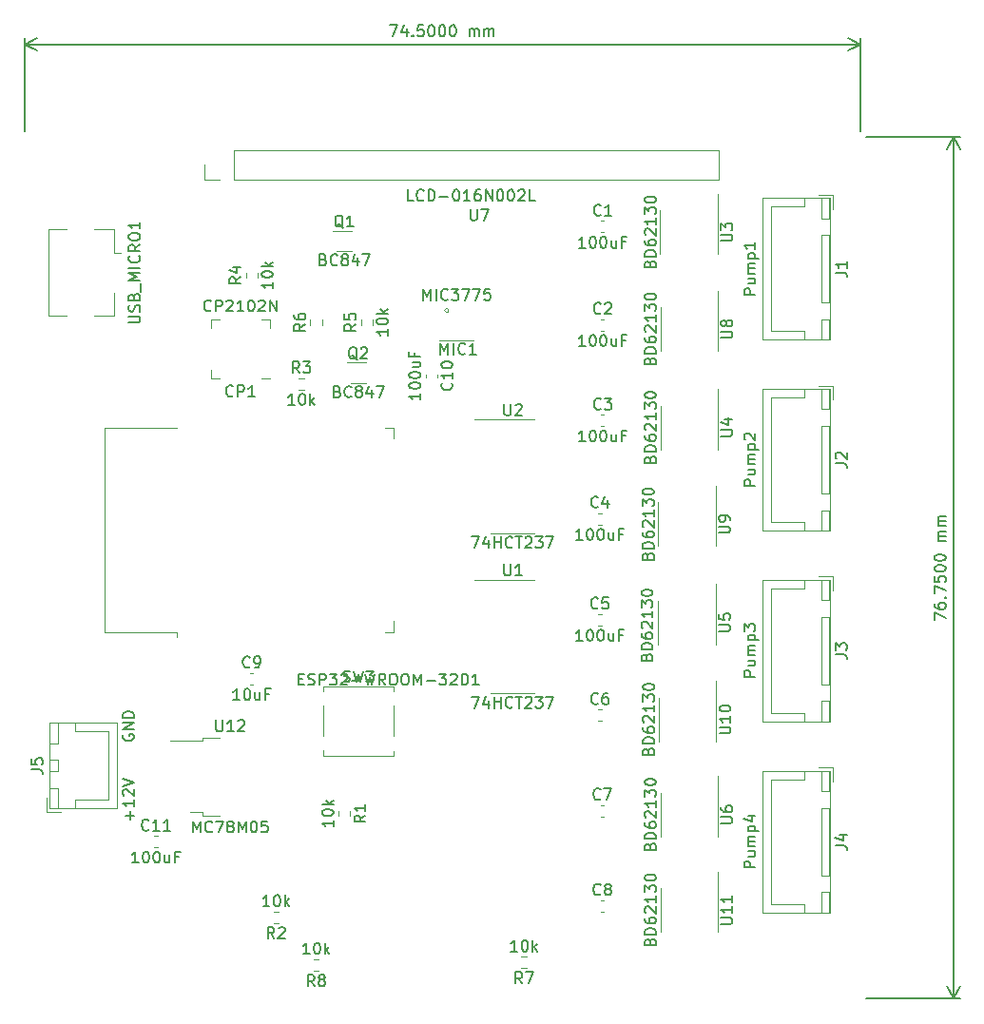
<source format=gbr>
%TF.GenerationSoftware,KiCad,Pcbnew,6.0.5-a6ca702e91~116~ubuntu20.04.1*%
%TF.CreationDate,2022-07-22T15:09:42-05:00*%
%TF.ProjectId,FormulaMixer_PCB-rounded,466f726d-756c-4614-9d69-7865725f5043,rev?*%
%TF.SameCoordinates,Original*%
%TF.FileFunction,Legend,Top*%
%TF.FilePolarity,Positive*%
%FSLAX46Y46*%
G04 Gerber Fmt 4.6, Leading zero omitted, Abs format (unit mm)*
G04 Created by KiCad (PCBNEW 6.0.5-a6ca702e91~116~ubuntu20.04.1) date 2022-07-22 15:09:42*
%MOMM*%
%LPD*%
G01*
G04 APERTURE LIST*
%ADD10C,0.150000*%
%ADD11C,0.120000*%
G04 APERTURE END LIST*
D10*
X83833333Y-32552380D02*
X84500000Y-32552380D01*
X84071428Y-33552380D01*
X85309523Y-32885714D02*
X85309523Y-33552380D01*
X85071428Y-32504761D02*
X84833333Y-33219047D01*
X85452380Y-33219047D01*
X85833333Y-33457142D02*
X85880952Y-33504761D01*
X85833333Y-33552380D01*
X85785714Y-33504761D01*
X85833333Y-33457142D01*
X85833333Y-33552380D01*
X86785714Y-32552380D02*
X86309523Y-32552380D01*
X86261904Y-33028571D01*
X86309523Y-32980952D01*
X86404761Y-32933333D01*
X86642857Y-32933333D01*
X86738095Y-32980952D01*
X86785714Y-33028571D01*
X86833333Y-33123809D01*
X86833333Y-33361904D01*
X86785714Y-33457142D01*
X86738095Y-33504761D01*
X86642857Y-33552380D01*
X86404761Y-33552380D01*
X86309523Y-33504761D01*
X86261904Y-33457142D01*
X87452380Y-32552380D02*
X87547619Y-32552380D01*
X87642857Y-32600000D01*
X87690476Y-32647619D01*
X87738095Y-32742857D01*
X87785714Y-32933333D01*
X87785714Y-33171428D01*
X87738095Y-33361904D01*
X87690476Y-33457142D01*
X87642857Y-33504761D01*
X87547619Y-33552380D01*
X87452380Y-33552380D01*
X87357142Y-33504761D01*
X87309523Y-33457142D01*
X87261904Y-33361904D01*
X87214285Y-33171428D01*
X87214285Y-32933333D01*
X87261904Y-32742857D01*
X87309523Y-32647619D01*
X87357142Y-32600000D01*
X87452380Y-32552380D01*
X88404761Y-32552380D02*
X88500000Y-32552380D01*
X88595238Y-32600000D01*
X88642857Y-32647619D01*
X88690476Y-32742857D01*
X88738095Y-32933333D01*
X88738095Y-33171428D01*
X88690476Y-33361904D01*
X88642857Y-33457142D01*
X88595238Y-33504761D01*
X88500000Y-33552380D01*
X88404761Y-33552380D01*
X88309523Y-33504761D01*
X88261904Y-33457142D01*
X88214285Y-33361904D01*
X88166666Y-33171428D01*
X88166666Y-32933333D01*
X88214285Y-32742857D01*
X88261904Y-32647619D01*
X88309523Y-32600000D01*
X88404761Y-32552380D01*
X89357142Y-32552380D02*
X89452380Y-32552380D01*
X89547619Y-32600000D01*
X89595238Y-32647619D01*
X89642857Y-32742857D01*
X89690476Y-32933333D01*
X89690476Y-33171428D01*
X89642857Y-33361904D01*
X89595238Y-33457142D01*
X89547619Y-33504761D01*
X89452380Y-33552380D01*
X89357142Y-33552380D01*
X89261904Y-33504761D01*
X89214285Y-33457142D01*
X89166666Y-33361904D01*
X89119047Y-33171428D01*
X89119047Y-32933333D01*
X89166666Y-32742857D01*
X89214285Y-32647619D01*
X89261904Y-32600000D01*
X89357142Y-32552380D01*
X90880952Y-33552380D02*
X90880952Y-32885714D01*
X90880952Y-32980952D02*
X90928571Y-32933333D01*
X91023809Y-32885714D01*
X91166666Y-32885714D01*
X91261904Y-32933333D01*
X91309523Y-33028571D01*
X91309523Y-33552380D01*
X91309523Y-33028571D02*
X91357142Y-32933333D01*
X91452380Y-32885714D01*
X91595238Y-32885714D01*
X91690476Y-32933333D01*
X91738095Y-33028571D01*
X91738095Y-33552380D01*
X92214285Y-33552380D02*
X92214285Y-32885714D01*
X92214285Y-32980952D02*
X92261904Y-32933333D01*
X92357142Y-32885714D01*
X92500000Y-32885714D01*
X92595238Y-32933333D01*
X92642857Y-33028571D01*
X92642857Y-33552380D01*
X92642857Y-33028571D02*
X92690476Y-32933333D01*
X92785714Y-32885714D01*
X92928571Y-32885714D01*
X93023809Y-32933333D01*
X93071428Y-33028571D01*
X93071428Y-33552380D01*
X51250000Y-42000000D02*
X51250000Y-33663580D01*
X125750000Y-42000000D02*
X125750000Y-33663580D01*
X51250000Y-34250000D02*
X125750000Y-34250000D01*
X51250000Y-34250000D02*
X125750000Y-34250000D01*
X51250000Y-34250000D02*
X52376504Y-34836421D01*
X51250000Y-34250000D02*
X52376504Y-33663579D01*
X125750000Y-34250000D02*
X124623496Y-33663579D01*
X125750000Y-34250000D02*
X124623496Y-34836421D01*
X132302380Y-85541666D02*
X132302380Y-84875000D01*
X133302380Y-85303571D01*
X132302380Y-84065476D02*
X132302380Y-84255952D01*
X132350000Y-84351190D01*
X132397619Y-84398809D01*
X132540476Y-84494047D01*
X132730952Y-84541666D01*
X133111904Y-84541666D01*
X133207142Y-84494047D01*
X133254761Y-84446428D01*
X133302380Y-84351190D01*
X133302380Y-84160714D01*
X133254761Y-84065476D01*
X133207142Y-84017857D01*
X133111904Y-83970238D01*
X132873809Y-83970238D01*
X132778571Y-84017857D01*
X132730952Y-84065476D01*
X132683333Y-84160714D01*
X132683333Y-84351190D01*
X132730952Y-84446428D01*
X132778571Y-84494047D01*
X132873809Y-84541666D01*
X133207142Y-83541666D02*
X133254761Y-83494047D01*
X133302380Y-83541666D01*
X133254761Y-83589285D01*
X133207142Y-83541666D01*
X133302380Y-83541666D01*
X132302380Y-83160714D02*
X132302380Y-82494047D01*
X133302380Y-82922619D01*
X132302380Y-81636904D02*
X132302380Y-82113095D01*
X132778571Y-82160714D01*
X132730952Y-82113095D01*
X132683333Y-82017857D01*
X132683333Y-81779761D01*
X132730952Y-81684523D01*
X132778571Y-81636904D01*
X132873809Y-81589285D01*
X133111904Y-81589285D01*
X133207142Y-81636904D01*
X133254761Y-81684523D01*
X133302380Y-81779761D01*
X133302380Y-82017857D01*
X133254761Y-82113095D01*
X133207142Y-82160714D01*
X132302380Y-80970238D02*
X132302380Y-80875000D01*
X132350000Y-80779761D01*
X132397619Y-80732142D01*
X132492857Y-80684523D01*
X132683333Y-80636904D01*
X132921428Y-80636904D01*
X133111904Y-80684523D01*
X133207142Y-80732142D01*
X133254761Y-80779761D01*
X133302380Y-80875000D01*
X133302380Y-80970238D01*
X133254761Y-81065476D01*
X133207142Y-81113095D01*
X133111904Y-81160714D01*
X132921428Y-81208333D01*
X132683333Y-81208333D01*
X132492857Y-81160714D01*
X132397619Y-81113095D01*
X132350000Y-81065476D01*
X132302380Y-80970238D01*
X132302380Y-80017857D02*
X132302380Y-79922619D01*
X132350000Y-79827380D01*
X132397619Y-79779761D01*
X132492857Y-79732142D01*
X132683333Y-79684523D01*
X132921428Y-79684523D01*
X133111904Y-79732142D01*
X133207142Y-79779761D01*
X133254761Y-79827380D01*
X133302380Y-79922619D01*
X133302380Y-80017857D01*
X133254761Y-80113095D01*
X133207142Y-80160714D01*
X133111904Y-80208333D01*
X132921428Y-80255952D01*
X132683333Y-80255952D01*
X132492857Y-80208333D01*
X132397619Y-80160714D01*
X132350000Y-80113095D01*
X132302380Y-80017857D01*
X133302380Y-78494047D02*
X132635714Y-78494047D01*
X132730952Y-78494047D02*
X132683333Y-78446428D01*
X132635714Y-78351190D01*
X132635714Y-78208333D01*
X132683333Y-78113095D01*
X132778571Y-78065476D01*
X133302380Y-78065476D01*
X132778571Y-78065476D02*
X132683333Y-78017857D01*
X132635714Y-77922619D01*
X132635714Y-77779761D01*
X132683333Y-77684523D01*
X132778571Y-77636904D01*
X133302380Y-77636904D01*
X133302380Y-77160714D02*
X132635714Y-77160714D01*
X132730952Y-77160714D02*
X132683333Y-77113095D01*
X132635714Y-77017857D01*
X132635714Y-76875000D01*
X132683333Y-76779761D01*
X132778571Y-76732142D01*
X133302380Y-76732142D01*
X132778571Y-76732142D02*
X132683333Y-76684523D01*
X132635714Y-76589285D01*
X132635714Y-76446428D01*
X132683333Y-76351190D01*
X132778571Y-76303571D01*
X133302380Y-76303571D01*
X126250000Y-42500000D02*
X134586420Y-42500000D01*
X126250000Y-119250000D02*
X134586420Y-119250000D01*
X134000000Y-42500000D02*
X134000000Y-119250000D01*
X134000000Y-42500000D02*
X134000000Y-119250000D01*
X134000000Y-42500000D02*
X133413579Y-43626504D01*
X134000000Y-42500000D02*
X134586421Y-43626504D01*
X134000000Y-119250000D02*
X134586421Y-118123496D01*
X134000000Y-119250000D02*
X133413579Y-118123496D01*
%TO.C,ESP32-WROOM-32D1*%
X75685000Y-90788571D02*
X76018333Y-90788571D01*
X76161190Y-91312380D02*
X75685000Y-91312380D01*
X75685000Y-90312380D01*
X76161190Y-90312380D01*
X76542142Y-91264761D02*
X76685000Y-91312380D01*
X76923095Y-91312380D01*
X77018333Y-91264761D01*
X77065952Y-91217142D01*
X77113571Y-91121904D01*
X77113571Y-91026666D01*
X77065952Y-90931428D01*
X77018333Y-90883809D01*
X76923095Y-90836190D01*
X76732619Y-90788571D01*
X76637380Y-90740952D01*
X76589761Y-90693333D01*
X76542142Y-90598095D01*
X76542142Y-90502857D01*
X76589761Y-90407619D01*
X76637380Y-90360000D01*
X76732619Y-90312380D01*
X76970714Y-90312380D01*
X77113571Y-90360000D01*
X77542142Y-91312380D02*
X77542142Y-90312380D01*
X77923095Y-90312380D01*
X78018333Y-90360000D01*
X78065952Y-90407619D01*
X78113571Y-90502857D01*
X78113571Y-90645714D01*
X78065952Y-90740952D01*
X78018333Y-90788571D01*
X77923095Y-90836190D01*
X77542142Y-90836190D01*
X78446904Y-90312380D02*
X79065952Y-90312380D01*
X78732619Y-90693333D01*
X78875476Y-90693333D01*
X78970714Y-90740952D01*
X79018333Y-90788571D01*
X79065952Y-90883809D01*
X79065952Y-91121904D01*
X79018333Y-91217142D01*
X78970714Y-91264761D01*
X78875476Y-91312380D01*
X78589761Y-91312380D01*
X78494523Y-91264761D01*
X78446904Y-91217142D01*
X79446904Y-90407619D02*
X79494523Y-90360000D01*
X79589761Y-90312380D01*
X79827857Y-90312380D01*
X79923095Y-90360000D01*
X79970714Y-90407619D01*
X80018333Y-90502857D01*
X80018333Y-90598095D01*
X79970714Y-90740952D01*
X79399285Y-91312380D01*
X80018333Y-91312380D01*
X80446904Y-90931428D02*
X81208809Y-90931428D01*
X81589761Y-90312380D02*
X81827857Y-91312380D01*
X82018333Y-90598095D01*
X82208809Y-91312380D01*
X82446904Y-90312380D01*
X83399285Y-91312380D02*
X83065952Y-90836190D01*
X82827857Y-91312380D02*
X82827857Y-90312380D01*
X83208809Y-90312380D01*
X83304047Y-90360000D01*
X83351666Y-90407619D01*
X83399285Y-90502857D01*
X83399285Y-90645714D01*
X83351666Y-90740952D01*
X83304047Y-90788571D01*
X83208809Y-90836190D01*
X82827857Y-90836190D01*
X84018333Y-90312380D02*
X84208809Y-90312380D01*
X84304047Y-90360000D01*
X84399285Y-90455238D01*
X84446904Y-90645714D01*
X84446904Y-90979047D01*
X84399285Y-91169523D01*
X84304047Y-91264761D01*
X84208809Y-91312380D01*
X84018333Y-91312380D01*
X83923095Y-91264761D01*
X83827857Y-91169523D01*
X83780238Y-90979047D01*
X83780238Y-90645714D01*
X83827857Y-90455238D01*
X83923095Y-90360000D01*
X84018333Y-90312380D01*
X85065952Y-90312380D02*
X85256428Y-90312380D01*
X85351666Y-90360000D01*
X85446904Y-90455238D01*
X85494523Y-90645714D01*
X85494523Y-90979047D01*
X85446904Y-91169523D01*
X85351666Y-91264761D01*
X85256428Y-91312380D01*
X85065952Y-91312380D01*
X84970714Y-91264761D01*
X84875476Y-91169523D01*
X84827857Y-90979047D01*
X84827857Y-90645714D01*
X84875476Y-90455238D01*
X84970714Y-90360000D01*
X85065952Y-90312380D01*
X85923095Y-91312380D02*
X85923095Y-90312380D01*
X86256428Y-91026666D01*
X86589761Y-90312380D01*
X86589761Y-91312380D01*
X87065952Y-90931428D02*
X87827857Y-90931428D01*
X88208809Y-90312380D02*
X88827857Y-90312380D01*
X88494523Y-90693333D01*
X88637380Y-90693333D01*
X88732619Y-90740952D01*
X88780238Y-90788571D01*
X88827857Y-90883809D01*
X88827857Y-91121904D01*
X88780238Y-91217142D01*
X88732619Y-91264761D01*
X88637380Y-91312380D01*
X88351666Y-91312380D01*
X88256428Y-91264761D01*
X88208809Y-91217142D01*
X89208809Y-90407619D02*
X89256428Y-90360000D01*
X89351666Y-90312380D01*
X89589761Y-90312380D01*
X89685000Y-90360000D01*
X89732619Y-90407619D01*
X89780238Y-90502857D01*
X89780238Y-90598095D01*
X89732619Y-90740952D01*
X89161190Y-91312380D01*
X89780238Y-91312380D01*
X90208809Y-91312380D02*
X90208809Y-90312380D01*
X90446904Y-90312380D01*
X90589761Y-90360000D01*
X90685000Y-90455238D01*
X90732619Y-90550476D01*
X90780238Y-90740952D01*
X90780238Y-90883809D01*
X90732619Y-91074285D01*
X90685000Y-91169523D01*
X90589761Y-91264761D01*
X90446904Y-91312380D01*
X90208809Y-91312380D01*
X91732619Y-91312380D02*
X91161190Y-91312380D01*
X91446904Y-91312380D02*
X91446904Y-90312380D01*
X91351666Y-90455238D01*
X91256428Y-90550476D01*
X91161190Y-90598095D01*
%TO.C,U4*%
X113302380Y-69141904D02*
X114111904Y-69141904D01*
X114207142Y-69094285D01*
X114254761Y-69046666D01*
X114302380Y-68951428D01*
X114302380Y-68760952D01*
X114254761Y-68665714D01*
X114207142Y-68618095D01*
X114111904Y-68570476D01*
X113302380Y-68570476D01*
X113635714Y-67665714D02*
X114302380Y-67665714D01*
X113254761Y-67903809D02*
X113969047Y-68141904D01*
X113969047Y-67522857D01*
X106978571Y-71189523D02*
X107026190Y-71046666D01*
X107073809Y-70999047D01*
X107169047Y-70951428D01*
X107311904Y-70951428D01*
X107407142Y-70999047D01*
X107454761Y-71046666D01*
X107502380Y-71141904D01*
X107502380Y-71522857D01*
X106502380Y-71522857D01*
X106502380Y-71189523D01*
X106550000Y-71094285D01*
X106597619Y-71046666D01*
X106692857Y-70999047D01*
X106788095Y-70999047D01*
X106883333Y-71046666D01*
X106930952Y-71094285D01*
X106978571Y-71189523D01*
X106978571Y-71522857D01*
X107502380Y-70522857D02*
X106502380Y-70522857D01*
X106502380Y-70284761D01*
X106550000Y-70141904D01*
X106645238Y-70046666D01*
X106740476Y-69999047D01*
X106930952Y-69951428D01*
X107073809Y-69951428D01*
X107264285Y-69999047D01*
X107359523Y-70046666D01*
X107454761Y-70141904D01*
X107502380Y-70284761D01*
X107502380Y-70522857D01*
X106502380Y-69094285D02*
X106502380Y-69284761D01*
X106550000Y-69380000D01*
X106597619Y-69427619D01*
X106740476Y-69522857D01*
X106930952Y-69570476D01*
X107311904Y-69570476D01*
X107407142Y-69522857D01*
X107454761Y-69475238D01*
X107502380Y-69380000D01*
X107502380Y-69189523D01*
X107454761Y-69094285D01*
X107407142Y-69046666D01*
X107311904Y-68999047D01*
X107073809Y-68999047D01*
X106978571Y-69046666D01*
X106930952Y-69094285D01*
X106883333Y-69189523D01*
X106883333Y-69380000D01*
X106930952Y-69475238D01*
X106978571Y-69522857D01*
X107073809Y-69570476D01*
X106597619Y-68618095D02*
X106550000Y-68570476D01*
X106502380Y-68475238D01*
X106502380Y-68237142D01*
X106550000Y-68141904D01*
X106597619Y-68094285D01*
X106692857Y-68046666D01*
X106788095Y-68046666D01*
X106930952Y-68094285D01*
X107502380Y-68665714D01*
X107502380Y-68046666D01*
X107502380Y-67094285D02*
X107502380Y-67665714D01*
X107502380Y-67380000D02*
X106502380Y-67380000D01*
X106645238Y-67475238D01*
X106740476Y-67570476D01*
X106788095Y-67665714D01*
X106502380Y-66760952D02*
X106502380Y-66141904D01*
X106883333Y-66475238D01*
X106883333Y-66332380D01*
X106930952Y-66237142D01*
X106978571Y-66189523D01*
X107073809Y-66141904D01*
X107311904Y-66141904D01*
X107407142Y-66189523D01*
X107454761Y-66237142D01*
X107502380Y-66332380D01*
X107502380Y-66618095D01*
X107454761Y-66713333D01*
X107407142Y-66760952D01*
X106502380Y-65522857D02*
X106502380Y-65427619D01*
X106550000Y-65332380D01*
X106597619Y-65284761D01*
X106692857Y-65237142D01*
X106883333Y-65189523D01*
X107121428Y-65189523D01*
X107311904Y-65237142D01*
X107407142Y-65284761D01*
X107454761Y-65332380D01*
X107502380Y-65427619D01*
X107502380Y-65522857D01*
X107454761Y-65618095D01*
X107407142Y-65665714D01*
X107311904Y-65713333D01*
X107121428Y-65760952D01*
X106883333Y-65760952D01*
X106692857Y-65713333D01*
X106597619Y-65665714D01*
X106550000Y-65618095D01*
X106502380Y-65522857D01*
%TO.C,CP1*%
X69833333Y-65537142D02*
X69785714Y-65584761D01*
X69642857Y-65632380D01*
X69547619Y-65632380D01*
X69404761Y-65584761D01*
X69309523Y-65489523D01*
X69261904Y-65394285D01*
X69214285Y-65203809D01*
X69214285Y-65060952D01*
X69261904Y-64870476D01*
X69309523Y-64775238D01*
X69404761Y-64680000D01*
X69547619Y-64632380D01*
X69642857Y-64632380D01*
X69785714Y-64680000D01*
X69833333Y-64727619D01*
X70261904Y-65632380D02*
X70261904Y-64632380D01*
X70642857Y-64632380D01*
X70738095Y-64680000D01*
X70785714Y-64727619D01*
X70833333Y-64822857D01*
X70833333Y-64965714D01*
X70785714Y-65060952D01*
X70738095Y-65108571D01*
X70642857Y-65156190D01*
X70261904Y-65156190D01*
X71785714Y-65632380D02*
X71214285Y-65632380D01*
X71500000Y-65632380D02*
X71500000Y-64632380D01*
X71404761Y-64775238D01*
X71309523Y-64870476D01*
X71214285Y-64918095D01*
X67880952Y-57937142D02*
X67833333Y-57984761D01*
X67690476Y-58032380D01*
X67595238Y-58032380D01*
X67452380Y-57984761D01*
X67357142Y-57889523D01*
X67309523Y-57794285D01*
X67261904Y-57603809D01*
X67261904Y-57460952D01*
X67309523Y-57270476D01*
X67357142Y-57175238D01*
X67452380Y-57080000D01*
X67595238Y-57032380D01*
X67690476Y-57032380D01*
X67833333Y-57080000D01*
X67880952Y-57127619D01*
X68309523Y-58032380D02*
X68309523Y-57032380D01*
X68690476Y-57032380D01*
X68785714Y-57080000D01*
X68833333Y-57127619D01*
X68880952Y-57222857D01*
X68880952Y-57365714D01*
X68833333Y-57460952D01*
X68785714Y-57508571D01*
X68690476Y-57556190D01*
X68309523Y-57556190D01*
X69261904Y-57127619D02*
X69309523Y-57080000D01*
X69404761Y-57032380D01*
X69642857Y-57032380D01*
X69738095Y-57080000D01*
X69785714Y-57127619D01*
X69833333Y-57222857D01*
X69833333Y-57318095D01*
X69785714Y-57460952D01*
X69214285Y-58032380D01*
X69833333Y-58032380D01*
X70785714Y-58032380D02*
X70214285Y-58032380D01*
X70500000Y-58032380D02*
X70500000Y-57032380D01*
X70404761Y-57175238D01*
X70309523Y-57270476D01*
X70214285Y-57318095D01*
X71404761Y-57032380D02*
X71500000Y-57032380D01*
X71595238Y-57080000D01*
X71642857Y-57127619D01*
X71690476Y-57222857D01*
X71738095Y-57413333D01*
X71738095Y-57651428D01*
X71690476Y-57841904D01*
X71642857Y-57937142D01*
X71595238Y-57984761D01*
X71500000Y-58032380D01*
X71404761Y-58032380D01*
X71309523Y-57984761D01*
X71261904Y-57937142D01*
X71214285Y-57841904D01*
X71166666Y-57651428D01*
X71166666Y-57413333D01*
X71214285Y-57222857D01*
X71261904Y-57127619D01*
X71309523Y-57080000D01*
X71404761Y-57032380D01*
X72119047Y-57127619D02*
X72166666Y-57080000D01*
X72261904Y-57032380D01*
X72500000Y-57032380D01*
X72595238Y-57080000D01*
X72642857Y-57127619D01*
X72690476Y-57222857D01*
X72690476Y-57318095D01*
X72642857Y-57460952D01*
X72071428Y-58032380D01*
X72690476Y-58032380D01*
X73119047Y-58032380D02*
X73119047Y-57032380D01*
X73690476Y-58032380D01*
X73690476Y-57032380D01*
%TO.C,U6*%
X113302380Y-103631904D02*
X114111904Y-103631904D01*
X114207142Y-103584285D01*
X114254761Y-103536666D01*
X114302380Y-103441428D01*
X114302380Y-103250952D01*
X114254761Y-103155714D01*
X114207142Y-103108095D01*
X114111904Y-103060476D01*
X113302380Y-103060476D01*
X113302380Y-102155714D02*
X113302380Y-102346190D01*
X113350000Y-102441428D01*
X113397619Y-102489047D01*
X113540476Y-102584285D01*
X113730952Y-102631904D01*
X114111904Y-102631904D01*
X114207142Y-102584285D01*
X114254761Y-102536666D01*
X114302380Y-102441428D01*
X114302380Y-102250952D01*
X114254761Y-102155714D01*
X114207142Y-102108095D01*
X114111904Y-102060476D01*
X113873809Y-102060476D01*
X113778571Y-102108095D01*
X113730952Y-102155714D01*
X113683333Y-102250952D01*
X113683333Y-102441428D01*
X113730952Y-102536666D01*
X113778571Y-102584285D01*
X113873809Y-102631904D01*
X106978571Y-105679523D02*
X107026190Y-105536666D01*
X107073809Y-105489047D01*
X107169047Y-105441428D01*
X107311904Y-105441428D01*
X107407142Y-105489047D01*
X107454761Y-105536666D01*
X107502380Y-105631904D01*
X107502380Y-106012857D01*
X106502380Y-106012857D01*
X106502380Y-105679523D01*
X106550000Y-105584285D01*
X106597619Y-105536666D01*
X106692857Y-105489047D01*
X106788095Y-105489047D01*
X106883333Y-105536666D01*
X106930952Y-105584285D01*
X106978571Y-105679523D01*
X106978571Y-106012857D01*
X107502380Y-105012857D02*
X106502380Y-105012857D01*
X106502380Y-104774761D01*
X106550000Y-104631904D01*
X106645238Y-104536666D01*
X106740476Y-104489047D01*
X106930952Y-104441428D01*
X107073809Y-104441428D01*
X107264285Y-104489047D01*
X107359523Y-104536666D01*
X107454761Y-104631904D01*
X107502380Y-104774761D01*
X107502380Y-105012857D01*
X106502380Y-103584285D02*
X106502380Y-103774761D01*
X106550000Y-103870000D01*
X106597619Y-103917619D01*
X106740476Y-104012857D01*
X106930952Y-104060476D01*
X107311904Y-104060476D01*
X107407142Y-104012857D01*
X107454761Y-103965238D01*
X107502380Y-103870000D01*
X107502380Y-103679523D01*
X107454761Y-103584285D01*
X107407142Y-103536666D01*
X107311904Y-103489047D01*
X107073809Y-103489047D01*
X106978571Y-103536666D01*
X106930952Y-103584285D01*
X106883333Y-103679523D01*
X106883333Y-103870000D01*
X106930952Y-103965238D01*
X106978571Y-104012857D01*
X107073809Y-104060476D01*
X106597619Y-103108095D02*
X106550000Y-103060476D01*
X106502380Y-102965238D01*
X106502380Y-102727142D01*
X106550000Y-102631904D01*
X106597619Y-102584285D01*
X106692857Y-102536666D01*
X106788095Y-102536666D01*
X106930952Y-102584285D01*
X107502380Y-103155714D01*
X107502380Y-102536666D01*
X107502380Y-101584285D02*
X107502380Y-102155714D01*
X107502380Y-101870000D02*
X106502380Y-101870000D01*
X106645238Y-101965238D01*
X106740476Y-102060476D01*
X106788095Y-102155714D01*
X106502380Y-101250952D02*
X106502380Y-100631904D01*
X106883333Y-100965238D01*
X106883333Y-100822380D01*
X106930952Y-100727142D01*
X106978571Y-100679523D01*
X107073809Y-100631904D01*
X107311904Y-100631904D01*
X107407142Y-100679523D01*
X107454761Y-100727142D01*
X107502380Y-100822380D01*
X107502380Y-101108095D01*
X107454761Y-101203333D01*
X107407142Y-101250952D01*
X106502380Y-100012857D02*
X106502380Y-99917619D01*
X106550000Y-99822380D01*
X106597619Y-99774761D01*
X106692857Y-99727142D01*
X106883333Y-99679523D01*
X107121428Y-99679523D01*
X107311904Y-99727142D01*
X107407142Y-99774761D01*
X107454761Y-99822380D01*
X107502380Y-99917619D01*
X107502380Y-100012857D01*
X107454761Y-100108095D01*
X107407142Y-100155714D01*
X107311904Y-100203333D01*
X107121428Y-100250952D01*
X106883333Y-100250952D01*
X106692857Y-100203333D01*
X106597619Y-100155714D01*
X106550000Y-100108095D01*
X106502380Y-100012857D01*
%TO.C,U10*%
X113152380Y-95618095D02*
X113961904Y-95618095D01*
X114057142Y-95570476D01*
X114104761Y-95522857D01*
X114152380Y-95427619D01*
X114152380Y-95237142D01*
X114104761Y-95141904D01*
X114057142Y-95094285D01*
X113961904Y-95046666D01*
X113152380Y-95046666D01*
X114152380Y-94046666D02*
X114152380Y-94618095D01*
X114152380Y-94332380D02*
X113152380Y-94332380D01*
X113295238Y-94427619D01*
X113390476Y-94522857D01*
X113438095Y-94618095D01*
X113152380Y-93427619D02*
X113152380Y-93332380D01*
X113200000Y-93237142D01*
X113247619Y-93189523D01*
X113342857Y-93141904D01*
X113533333Y-93094285D01*
X113771428Y-93094285D01*
X113961904Y-93141904D01*
X114057142Y-93189523D01*
X114104761Y-93237142D01*
X114152380Y-93332380D01*
X114152380Y-93427619D01*
X114104761Y-93522857D01*
X114057142Y-93570476D01*
X113961904Y-93618095D01*
X113771428Y-93665714D01*
X113533333Y-93665714D01*
X113342857Y-93618095D01*
X113247619Y-93570476D01*
X113200000Y-93522857D01*
X113152380Y-93427619D01*
X106828571Y-97189523D02*
X106876190Y-97046666D01*
X106923809Y-96999047D01*
X107019047Y-96951428D01*
X107161904Y-96951428D01*
X107257142Y-96999047D01*
X107304761Y-97046666D01*
X107352380Y-97141904D01*
X107352380Y-97522857D01*
X106352380Y-97522857D01*
X106352380Y-97189523D01*
X106400000Y-97094285D01*
X106447619Y-97046666D01*
X106542857Y-96999047D01*
X106638095Y-96999047D01*
X106733333Y-97046666D01*
X106780952Y-97094285D01*
X106828571Y-97189523D01*
X106828571Y-97522857D01*
X107352380Y-96522857D02*
X106352380Y-96522857D01*
X106352380Y-96284761D01*
X106400000Y-96141904D01*
X106495238Y-96046666D01*
X106590476Y-95999047D01*
X106780952Y-95951428D01*
X106923809Y-95951428D01*
X107114285Y-95999047D01*
X107209523Y-96046666D01*
X107304761Y-96141904D01*
X107352380Y-96284761D01*
X107352380Y-96522857D01*
X106352380Y-95094285D02*
X106352380Y-95284761D01*
X106400000Y-95380000D01*
X106447619Y-95427619D01*
X106590476Y-95522857D01*
X106780952Y-95570476D01*
X107161904Y-95570476D01*
X107257142Y-95522857D01*
X107304761Y-95475238D01*
X107352380Y-95380000D01*
X107352380Y-95189523D01*
X107304761Y-95094285D01*
X107257142Y-95046666D01*
X107161904Y-94999047D01*
X106923809Y-94999047D01*
X106828571Y-95046666D01*
X106780952Y-95094285D01*
X106733333Y-95189523D01*
X106733333Y-95380000D01*
X106780952Y-95475238D01*
X106828571Y-95522857D01*
X106923809Y-95570476D01*
X106447619Y-94618095D02*
X106400000Y-94570476D01*
X106352380Y-94475238D01*
X106352380Y-94237142D01*
X106400000Y-94141904D01*
X106447619Y-94094285D01*
X106542857Y-94046666D01*
X106638095Y-94046666D01*
X106780952Y-94094285D01*
X107352380Y-94665714D01*
X107352380Y-94046666D01*
X107352380Y-93094285D02*
X107352380Y-93665714D01*
X107352380Y-93380000D02*
X106352380Y-93380000D01*
X106495238Y-93475238D01*
X106590476Y-93570476D01*
X106638095Y-93665714D01*
X106352380Y-92760952D02*
X106352380Y-92141904D01*
X106733333Y-92475238D01*
X106733333Y-92332380D01*
X106780952Y-92237142D01*
X106828571Y-92189523D01*
X106923809Y-92141904D01*
X107161904Y-92141904D01*
X107257142Y-92189523D01*
X107304761Y-92237142D01*
X107352380Y-92332380D01*
X107352380Y-92618095D01*
X107304761Y-92713333D01*
X107257142Y-92760952D01*
X106352380Y-91522857D02*
X106352380Y-91427619D01*
X106400000Y-91332380D01*
X106447619Y-91284761D01*
X106542857Y-91237142D01*
X106733333Y-91189523D01*
X106971428Y-91189523D01*
X107161904Y-91237142D01*
X107257142Y-91284761D01*
X107304761Y-91332380D01*
X107352380Y-91427619D01*
X107352380Y-91522857D01*
X107304761Y-91618095D01*
X107257142Y-91665714D01*
X107161904Y-91713333D01*
X106971428Y-91760952D01*
X106733333Y-91760952D01*
X106542857Y-91713333D01*
X106447619Y-91665714D01*
X106400000Y-91618095D01*
X106352380Y-91522857D01*
%TO.C,C7*%
X102558333Y-101427142D02*
X102510714Y-101474761D01*
X102367857Y-101522380D01*
X102272619Y-101522380D01*
X102129761Y-101474761D01*
X102034523Y-101379523D01*
X101986904Y-101284285D01*
X101939285Y-101093809D01*
X101939285Y-100950952D01*
X101986904Y-100760476D01*
X102034523Y-100665238D01*
X102129761Y-100570000D01*
X102272619Y-100522380D01*
X102367857Y-100522380D01*
X102510714Y-100570000D01*
X102558333Y-100617619D01*
X102891666Y-100522380D02*
X103558333Y-100522380D01*
X103129761Y-101522380D01*
%TO.C,C8*%
X102558333Y-109927142D02*
X102510714Y-109974761D01*
X102367857Y-110022380D01*
X102272619Y-110022380D01*
X102129761Y-109974761D01*
X102034523Y-109879523D01*
X101986904Y-109784285D01*
X101939285Y-109593809D01*
X101939285Y-109450952D01*
X101986904Y-109260476D01*
X102034523Y-109165238D01*
X102129761Y-109070000D01*
X102272619Y-109022380D01*
X102367857Y-109022380D01*
X102510714Y-109070000D01*
X102558333Y-109117619D01*
X103129761Y-109450952D02*
X103034523Y-109403333D01*
X102986904Y-109355714D01*
X102939285Y-109260476D01*
X102939285Y-109212857D01*
X102986904Y-109117619D01*
X103034523Y-109070000D01*
X103129761Y-109022380D01*
X103320238Y-109022380D01*
X103415476Y-109070000D01*
X103463095Y-109117619D01*
X103510714Y-109212857D01*
X103510714Y-109260476D01*
X103463095Y-109355714D01*
X103415476Y-109403333D01*
X103320238Y-109450952D01*
X103129761Y-109450952D01*
X103034523Y-109498571D01*
X102986904Y-109546190D01*
X102939285Y-109641428D01*
X102939285Y-109831904D01*
X102986904Y-109927142D01*
X103034523Y-109974761D01*
X103129761Y-110022380D01*
X103320238Y-110022380D01*
X103415476Y-109974761D01*
X103463095Y-109927142D01*
X103510714Y-109831904D01*
X103510714Y-109641428D01*
X103463095Y-109546190D01*
X103415476Y-109498571D01*
X103320238Y-109450952D01*
%TO.C,C5*%
X102333333Y-84427142D02*
X102285714Y-84474761D01*
X102142857Y-84522380D01*
X102047619Y-84522380D01*
X101904761Y-84474761D01*
X101809523Y-84379523D01*
X101761904Y-84284285D01*
X101714285Y-84093809D01*
X101714285Y-83950952D01*
X101761904Y-83760476D01*
X101809523Y-83665238D01*
X101904761Y-83570000D01*
X102047619Y-83522380D01*
X102142857Y-83522380D01*
X102285714Y-83570000D01*
X102333333Y-83617619D01*
X103238095Y-83522380D02*
X102761904Y-83522380D01*
X102714285Y-83998571D01*
X102761904Y-83950952D01*
X102857142Y-83903333D01*
X103095238Y-83903333D01*
X103190476Y-83950952D01*
X103238095Y-83998571D01*
X103285714Y-84093809D01*
X103285714Y-84331904D01*
X103238095Y-84427142D01*
X103190476Y-84474761D01*
X103095238Y-84522380D01*
X102857142Y-84522380D01*
X102761904Y-84474761D01*
X102714285Y-84427142D01*
X100952380Y-87382380D02*
X100380952Y-87382380D01*
X100666666Y-87382380D02*
X100666666Y-86382380D01*
X100571428Y-86525238D01*
X100476190Y-86620476D01*
X100380952Y-86668095D01*
X101571428Y-86382380D02*
X101666666Y-86382380D01*
X101761904Y-86430000D01*
X101809523Y-86477619D01*
X101857142Y-86572857D01*
X101904761Y-86763333D01*
X101904761Y-87001428D01*
X101857142Y-87191904D01*
X101809523Y-87287142D01*
X101761904Y-87334761D01*
X101666666Y-87382380D01*
X101571428Y-87382380D01*
X101476190Y-87334761D01*
X101428571Y-87287142D01*
X101380952Y-87191904D01*
X101333333Y-87001428D01*
X101333333Y-86763333D01*
X101380952Y-86572857D01*
X101428571Y-86477619D01*
X101476190Y-86430000D01*
X101571428Y-86382380D01*
X102523809Y-86382380D02*
X102619047Y-86382380D01*
X102714285Y-86430000D01*
X102761904Y-86477619D01*
X102809523Y-86572857D01*
X102857142Y-86763333D01*
X102857142Y-87001428D01*
X102809523Y-87191904D01*
X102761904Y-87287142D01*
X102714285Y-87334761D01*
X102619047Y-87382380D01*
X102523809Y-87382380D01*
X102428571Y-87334761D01*
X102380952Y-87287142D01*
X102333333Y-87191904D01*
X102285714Y-87001428D01*
X102285714Y-86763333D01*
X102333333Y-86572857D01*
X102380952Y-86477619D01*
X102428571Y-86430000D01*
X102523809Y-86382380D01*
X103714285Y-86715714D02*
X103714285Y-87382380D01*
X103285714Y-86715714D02*
X103285714Y-87239523D01*
X103333333Y-87334761D01*
X103428571Y-87382380D01*
X103571428Y-87382380D01*
X103666666Y-87334761D01*
X103714285Y-87287142D01*
X104523809Y-86858571D02*
X104190476Y-86858571D01*
X104190476Y-87382380D02*
X104190476Y-86382380D01*
X104666666Y-86382380D01*
%TO.C,J4*%
X123502380Y-105583333D02*
X124216666Y-105583333D01*
X124359523Y-105630952D01*
X124454761Y-105726190D01*
X124502380Y-105869047D01*
X124502380Y-105964285D01*
X123835714Y-104678571D02*
X124502380Y-104678571D01*
X123454761Y-104916666D02*
X124169047Y-105154761D01*
X124169047Y-104535714D01*
X116352380Y-107559523D02*
X115352380Y-107559523D01*
X115352380Y-107178571D01*
X115400000Y-107083333D01*
X115447619Y-107035714D01*
X115542857Y-106988095D01*
X115685714Y-106988095D01*
X115780952Y-107035714D01*
X115828571Y-107083333D01*
X115876190Y-107178571D01*
X115876190Y-107559523D01*
X115685714Y-106130952D02*
X116352380Y-106130952D01*
X115685714Y-106559523D02*
X116209523Y-106559523D01*
X116304761Y-106511904D01*
X116352380Y-106416666D01*
X116352380Y-106273809D01*
X116304761Y-106178571D01*
X116257142Y-106130952D01*
X116352380Y-105654761D02*
X115685714Y-105654761D01*
X115780952Y-105654761D02*
X115733333Y-105607142D01*
X115685714Y-105511904D01*
X115685714Y-105369047D01*
X115733333Y-105273809D01*
X115828571Y-105226190D01*
X116352380Y-105226190D01*
X115828571Y-105226190D02*
X115733333Y-105178571D01*
X115685714Y-105083333D01*
X115685714Y-104940476D01*
X115733333Y-104845238D01*
X115828571Y-104797619D01*
X116352380Y-104797619D01*
X115685714Y-104321428D02*
X116685714Y-104321428D01*
X115733333Y-104321428D02*
X115685714Y-104226190D01*
X115685714Y-104035714D01*
X115733333Y-103940476D01*
X115780952Y-103892857D01*
X115876190Y-103845238D01*
X116161904Y-103845238D01*
X116257142Y-103892857D01*
X116304761Y-103940476D01*
X116352380Y-104035714D01*
X116352380Y-104226190D01*
X116304761Y-104321428D01*
X115685714Y-102988095D02*
X116352380Y-102988095D01*
X115304761Y-103226190D02*
X116019047Y-103464285D01*
X116019047Y-102845238D01*
%TO.C,R4*%
X70522380Y-54991666D02*
X70046190Y-55325000D01*
X70522380Y-55563095D02*
X69522380Y-55563095D01*
X69522380Y-55182142D01*
X69570000Y-55086904D01*
X69617619Y-55039285D01*
X69712857Y-54991666D01*
X69855714Y-54991666D01*
X69950952Y-55039285D01*
X69998571Y-55086904D01*
X70046190Y-55182142D01*
X70046190Y-55563095D01*
X69855714Y-54134523D02*
X70522380Y-54134523D01*
X69474761Y-54372619D02*
X70189047Y-54610714D01*
X70189047Y-53991666D01*
X73382380Y-55420238D02*
X73382380Y-55991666D01*
X73382380Y-55705952D02*
X72382380Y-55705952D01*
X72525238Y-55801190D01*
X72620476Y-55896428D01*
X72668095Y-55991666D01*
X72382380Y-54801190D02*
X72382380Y-54705952D01*
X72430000Y-54610714D01*
X72477619Y-54563095D01*
X72572857Y-54515476D01*
X72763333Y-54467857D01*
X73001428Y-54467857D01*
X73191904Y-54515476D01*
X73287142Y-54563095D01*
X73334761Y-54610714D01*
X73382380Y-54705952D01*
X73382380Y-54801190D01*
X73334761Y-54896428D01*
X73287142Y-54944047D01*
X73191904Y-54991666D01*
X73001428Y-55039285D01*
X72763333Y-55039285D01*
X72572857Y-54991666D01*
X72477619Y-54944047D01*
X72430000Y-54896428D01*
X72382380Y-54801190D01*
X73382380Y-54039285D02*
X72382380Y-54039285D01*
X73001428Y-53944047D02*
X73382380Y-53658333D01*
X72715714Y-53658333D02*
X73096666Y-54039285D01*
%TO.C,J5*%
X51877380Y-98833333D02*
X52591666Y-98833333D01*
X52734523Y-98880952D01*
X52829761Y-98976190D01*
X52877380Y-99119047D01*
X52877380Y-99214285D01*
X51877380Y-97880952D02*
X51877380Y-98357142D01*
X52353571Y-98404761D01*
X52305952Y-98357142D01*
X52258333Y-98261904D01*
X52258333Y-98023809D01*
X52305952Y-97928571D01*
X52353571Y-97880952D01*
X52448809Y-97833333D01*
X52686904Y-97833333D01*
X52782142Y-97880952D01*
X52829761Y-97928571D01*
X52877380Y-98023809D01*
X52877380Y-98261904D01*
X52829761Y-98357142D01*
X52782142Y-98404761D01*
X60646428Y-103309523D02*
X60646428Y-102547619D01*
X61027380Y-102928571D02*
X60265476Y-102928571D01*
X61027380Y-101547619D02*
X61027380Y-102119047D01*
X61027380Y-101833333D02*
X60027380Y-101833333D01*
X60170238Y-101928571D01*
X60265476Y-102023809D01*
X60313095Y-102119047D01*
X60122619Y-101166666D02*
X60075000Y-101119047D01*
X60027380Y-101023809D01*
X60027380Y-100785714D01*
X60075000Y-100690476D01*
X60122619Y-100642857D01*
X60217857Y-100595238D01*
X60313095Y-100595238D01*
X60455952Y-100642857D01*
X61027380Y-101214285D01*
X61027380Y-100595238D01*
X60027380Y-100309523D02*
X61027380Y-99976190D01*
X60027380Y-99642857D01*
X60075000Y-95738095D02*
X60027380Y-95833333D01*
X60027380Y-95976190D01*
X60075000Y-96119047D01*
X60170238Y-96214285D01*
X60265476Y-96261904D01*
X60455952Y-96309523D01*
X60598809Y-96309523D01*
X60789285Y-96261904D01*
X60884523Y-96214285D01*
X60979761Y-96119047D01*
X61027380Y-95976190D01*
X61027380Y-95880952D01*
X60979761Y-95738095D01*
X60932142Y-95690476D01*
X60598809Y-95690476D01*
X60598809Y-95880952D01*
X61027380Y-95261904D02*
X60027380Y-95261904D01*
X61027380Y-94690476D01*
X60027380Y-94690476D01*
X61027380Y-94214285D02*
X60027380Y-94214285D01*
X60027380Y-93976190D01*
X60075000Y-93833333D01*
X60170238Y-93738095D01*
X60265476Y-93690476D01*
X60455952Y-93642857D01*
X60598809Y-93642857D01*
X60789285Y-93690476D01*
X60884523Y-93738095D01*
X60979761Y-93833333D01*
X61027380Y-93976190D01*
X61027380Y-94214285D01*
%TO.C,U7*%
X90992095Y-48952380D02*
X90992095Y-49761904D01*
X91039714Y-49857142D01*
X91087333Y-49904761D01*
X91182571Y-49952380D01*
X91373047Y-49952380D01*
X91468285Y-49904761D01*
X91515904Y-49857142D01*
X91563523Y-49761904D01*
X91563523Y-48952380D01*
X91944476Y-48952380D02*
X92611142Y-48952380D01*
X92182571Y-49952380D01*
X85904761Y-48202380D02*
X85428571Y-48202380D01*
X85428571Y-47202380D01*
X86809523Y-48107142D02*
X86761904Y-48154761D01*
X86619047Y-48202380D01*
X86523809Y-48202380D01*
X86380952Y-48154761D01*
X86285714Y-48059523D01*
X86238095Y-47964285D01*
X86190476Y-47773809D01*
X86190476Y-47630952D01*
X86238095Y-47440476D01*
X86285714Y-47345238D01*
X86380952Y-47250000D01*
X86523809Y-47202380D01*
X86619047Y-47202380D01*
X86761904Y-47250000D01*
X86809523Y-47297619D01*
X87238095Y-48202380D02*
X87238095Y-47202380D01*
X87476190Y-47202380D01*
X87619047Y-47250000D01*
X87714285Y-47345238D01*
X87761904Y-47440476D01*
X87809523Y-47630952D01*
X87809523Y-47773809D01*
X87761904Y-47964285D01*
X87714285Y-48059523D01*
X87619047Y-48154761D01*
X87476190Y-48202380D01*
X87238095Y-48202380D01*
X88238095Y-47821428D02*
X89000000Y-47821428D01*
X89666666Y-47202380D02*
X89761904Y-47202380D01*
X89857142Y-47250000D01*
X89904761Y-47297619D01*
X89952380Y-47392857D01*
X90000000Y-47583333D01*
X90000000Y-47821428D01*
X89952380Y-48011904D01*
X89904761Y-48107142D01*
X89857142Y-48154761D01*
X89761904Y-48202380D01*
X89666666Y-48202380D01*
X89571428Y-48154761D01*
X89523809Y-48107142D01*
X89476190Y-48011904D01*
X89428571Y-47821428D01*
X89428571Y-47583333D01*
X89476190Y-47392857D01*
X89523809Y-47297619D01*
X89571428Y-47250000D01*
X89666666Y-47202380D01*
X90952380Y-48202380D02*
X90380952Y-48202380D01*
X90666666Y-48202380D02*
X90666666Y-47202380D01*
X90571428Y-47345238D01*
X90476190Y-47440476D01*
X90380952Y-47488095D01*
X91809523Y-47202380D02*
X91619047Y-47202380D01*
X91523809Y-47250000D01*
X91476190Y-47297619D01*
X91380952Y-47440476D01*
X91333333Y-47630952D01*
X91333333Y-48011904D01*
X91380952Y-48107142D01*
X91428571Y-48154761D01*
X91523809Y-48202380D01*
X91714285Y-48202380D01*
X91809523Y-48154761D01*
X91857142Y-48107142D01*
X91904761Y-48011904D01*
X91904761Y-47773809D01*
X91857142Y-47678571D01*
X91809523Y-47630952D01*
X91714285Y-47583333D01*
X91523809Y-47583333D01*
X91428571Y-47630952D01*
X91380952Y-47678571D01*
X91333333Y-47773809D01*
X92333333Y-48202380D02*
X92333333Y-47202380D01*
X92904761Y-48202380D01*
X92904761Y-47202380D01*
X93571428Y-47202380D02*
X93666666Y-47202380D01*
X93761904Y-47250000D01*
X93809523Y-47297619D01*
X93857142Y-47392857D01*
X93904761Y-47583333D01*
X93904761Y-47821428D01*
X93857142Y-48011904D01*
X93809523Y-48107142D01*
X93761904Y-48154761D01*
X93666666Y-48202380D01*
X93571428Y-48202380D01*
X93476190Y-48154761D01*
X93428571Y-48107142D01*
X93380952Y-48011904D01*
X93333333Y-47821428D01*
X93333333Y-47583333D01*
X93380952Y-47392857D01*
X93428571Y-47297619D01*
X93476190Y-47250000D01*
X93571428Y-47202380D01*
X94523809Y-47202380D02*
X94619047Y-47202380D01*
X94714285Y-47250000D01*
X94761904Y-47297619D01*
X94809523Y-47392857D01*
X94857142Y-47583333D01*
X94857142Y-47821428D01*
X94809523Y-48011904D01*
X94761904Y-48107142D01*
X94714285Y-48154761D01*
X94619047Y-48202380D01*
X94523809Y-48202380D01*
X94428571Y-48154761D01*
X94380952Y-48107142D01*
X94333333Y-48011904D01*
X94285714Y-47821428D01*
X94285714Y-47583333D01*
X94333333Y-47392857D01*
X94380952Y-47297619D01*
X94428571Y-47250000D01*
X94523809Y-47202380D01*
X95238095Y-47297619D02*
X95285714Y-47250000D01*
X95380952Y-47202380D01*
X95619047Y-47202380D01*
X95714285Y-47250000D01*
X95761904Y-47297619D01*
X95809523Y-47392857D01*
X95809523Y-47488095D01*
X95761904Y-47630952D01*
X95190476Y-48202380D01*
X95809523Y-48202380D01*
X96714285Y-48202380D02*
X96238095Y-48202380D01*
X96238095Y-47202380D01*
%TO.C,R6*%
X76272380Y-59166666D02*
X75796190Y-59500000D01*
X76272380Y-59738095D02*
X75272380Y-59738095D01*
X75272380Y-59357142D01*
X75320000Y-59261904D01*
X75367619Y-59214285D01*
X75462857Y-59166666D01*
X75605714Y-59166666D01*
X75700952Y-59214285D01*
X75748571Y-59261904D01*
X75796190Y-59357142D01*
X75796190Y-59738095D01*
X75272380Y-58309523D02*
X75272380Y-58500000D01*
X75320000Y-58595238D01*
X75367619Y-58642857D01*
X75510476Y-58738095D01*
X75700952Y-58785714D01*
X76081904Y-58785714D01*
X76177142Y-58738095D01*
X76224761Y-58690476D01*
X76272380Y-58595238D01*
X76272380Y-58404761D01*
X76224761Y-58309523D01*
X76177142Y-58261904D01*
X76081904Y-58214285D01*
X75843809Y-58214285D01*
X75748571Y-58261904D01*
X75700952Y-58309523D01*
X75653333Y-58404761D01*
X75653333Y-58595238D01*
X75700952Y-58690476D01*
X75748571Y-58738095D01*
X75843809Y-58785714D01*
%TO.C,J2*%
X123502380Y-71583333D02*
X124216666Y-71583333D01*
X124359523Y-71630952D01*
X124454761Y-71726190D01*
X124502380Y-71869047D01*
X124502380Y-71964285D01*
X123597619Y-71154761D02*
X123550000Y-71107142D01*
X123502380Y-71011904D01*
X123502380Y-70773809D01*
X123550000Y-70678571D01*
X123597619Y-70630952D01*
X123692857Y-70583333D01*
X123788095Y-70583333D01*
X123930952Y-70630952D01*
X124502380Y-71202380D01*
X124502380Y-70583333D01*
X116352380Y-73559523D02*
X115352380Y-73559523D01*
X115352380Y-73178571D01*
X115400000Y-73083333D01*
X115447619Y-73035714D01*
X115542857Y-72988095D01*
X115685714Y-72988095D01*
X115780952Y-73035714D01*
X115828571Y-73083333D01*
X115876190Y-73178571D01*
X115876190Y-73559523D01*
X115685714Y-72130952D02*
X116352380Y-72130952D01*
X115685714Y-72559523D02*
X116209523Y-72559523D01*
X116304761Y-72511904D01*
X116352380Y-72416666D01*
X116352380Y-72273809D01*
X116304761Y-72178571D01*
X116257142Y-72130952D01*
X116352380Y-71654761D02*
X115685714Y-71654761D01*
X115780952Y-71654761D02*
X115733333Y-71607142D01*
X115685714Y-71511904D01*
X115685714Y-71369047D01*
X115733333Y-71273809D01*
X115828571Y-71226190D01*
X116352380Y-71226190D01*
X115828571Y-71226190D02*
X115733333Y-71178571D01*
X115685714Y-71083333D01*
X115685714Y-70940476D01*
X115733333Y-70845238D01*
X115828571Y-70797619D01*
X116352380Y-70797619D01*
X115685714Y-70321428D02*
X116685714Y-70321428D01*
X115733333Y-70321428D02*
X115685714Y-70226190D01*
X115685714Y-70035714D01*
X115733333Y-69940476D01*
X115780952Y-69892857D01*
X115876190Y-69845238D01*
X116161904Y-69845238D01*
X116257142Y-69892857D01*
X116304761Y-69940476D01*
X116352380Y-70035714D01*
X116352380Y-70226190D01*
X116304761Y-70321428D01*
X115447619Y-69464285D02*
X115400000Y-69416666D01*
X115352380Y-69321428D01*
X115352380Y-69083333D01*
X115400000Y-68988095D01*
X115447619Y-68940476D01*
X115542857Y-68892857D01*
X115638095Y-68892857D01*
X115780952Y-68940476D01*
X116352380Y-69511904D01*
X116352380Y-68892857D01*
%TO.C,C9*%
X71333333Y-89677142D02*
X71285714Y-89724761D01*
X71142857Y-89772380D01*
X71047619Y-89772380D01*
X70904761Y-89724761D01*
X70809523Y-89629523D01*
X70761904Y-89534285D01*
X70714285Y-89343809D01*
X70714285Y-89200952D01*
X70761904Y-89010476D01*
X70809523Y-88915238D01*
X70904761Y-88820000D01*
X71047619Y-88772380D01*
X71142857Y-88772380D01*
X71285714Y-88820000D01*
X71333333Y-88867619D01*
X71809523Y-89772380D02*
X72000000Y-89772380D01*
X72095238Y-89724761D01*
X72142857Y-89677142D01*
X72238095Y-89534285D01*
X72285714Y-89343809D01*
X72285714Y-88962857D01*
X72238095Y-88867619D01*
X72190476Y-88820000D01*
X72095238Y-88772380D01*
X71904761Y-88772380D01*
X71809523Y-88820000D01*
X71761904Y-88867619D01*
X71714285Y-88962857D01*
X71714285Y-89200952D01*
X71761904Y-89296190D01*
X71809523Y-89343809D01*
X71904761Y-89391428D01*
X72095238Y-89391428D01*
X72190476Y-89343809D01*
X72238095Y-89296190D01*
X72285714Y-89200952D01*
X70428571Y-92632380D02*
X69857142Y-92632380D01*
X70142857Y-92632380D02*
X70142857Y-91632380D01*
X70047619Y-91775238D01*
X69952380Y-91870476D01*
X69857142Y-91918095D01*
X71047619Y-91632380D02*
X71142857Y-91632380D01*
X71238095Y-91680000D01*
X71285714Y-91727619D01*
X71333333Y-91822857D01*
X71380952Y-92013333D01*
X71380952Y-92251428D01*
X71333333Y-92441904D01*
X71285714Y-92537142D01*
X71238095Y-92584761D01*
X71142857Y-92632380D01*
X71047619Y-92632380D01*
X70952380Y-92584761D01*
X70904761Y-92537142D01*
X70857142Y-92441904D01*
X70809523Y-92251428D01*
X70809523Y-92013333D01*
X70857142Y-91822857D01*
X70904761Y-91727619D01*
X70952380Y-91680000D01*
X71047619Y-91632380D01*
X72238095Y-91965714D02*
X72238095Y-92632380D01*
X71809523Y-91965714D02*
X71809523Y-92489523D01*
X71857142Y-92584761D01*
X71952380Y-92632380D01*
X72095238Y-92632380D01*
X72190476Y-92584761D01*
X72238095Y-92537142D01*
X73047619Y-92108571D02*
X72714285Y-92108571D01*
X72714285Y-92632380D02*
X72714285Y-91632380D01*
X73190476Y-91632380D01*
%TO.C,C2*%
X102583333Y-58177142D02*
X102535714Y-58224761D01*
X102392857Y-58272380D01*
X102297619Y-58272380D01*
X102154761Y-58224761D01*
X102059523Y-58129523D01*
X102011904Y-58034285D01*
X101964285Y-57843809D01*
X101964285Y-57700952D01*
X102011904Y-57510476D01*
X102059523Y-57415238D01*
X102154761Y-57320000D01*
X102297619Y-57272380D01*
X102392857Y-57272380D01*
X102535714Y-57320000D01*
X102583333Y-57367619D01*
X102964285Y-57367619D02*
X103011904Y-57320000D01*
X103107142Y-57272380D01*
X103345238Y-57272380D01*
X103440476Y-57320000D01*
X103488095Y-57367619D01*
X103535714Y-57462857D01*
X103535714Y-57558095D01*
X103488095Y-57700952D01*
X102916666Y-58272380D01*
X103535714Y-58272380D01*
X101202380Y-61132380D02*
X100630952Y-61132380D01*
X100916666Y-61132380D02*
X100916666Y-60132380D01*
X100821428Y-60275238D01*
X100726190Y-60370476D01*
X100630952Y-60418095D01*
X101821428Y-60132380D02*
X101916666Y-60132380D01*
X102011904Y-60180000D01*
X102059523Y-60227619D01*
X102107142Y-60322857D01*
X102154761Y-60513333D01*
X102154761Y-60751428D01*
X102107142Y-60941904D01*
X102059523Y-61037142D01*
X102011904Y-61084761D01*
X101916666Y-61132380D01*
X101821428Y-61132380D01*
X101726190Y-61084761D01*
X101678571Y-61037142D01*
X101630952Y-60941904D01*
X101583333Y-60751428D01*
X101583333Y-60513333D01*
X101630952Y-60322857D01*
X101678571Y-60227619D01*
X101726190Y-60180000D01*
X101821428Y-60132380D01*
X102773809Y-60132380D02*
X102869047Y-60132380D01*
X102964285Y-60180000D01*
X103011904Y-60227619D01*
X103059523Y-60322857D01*
X103107142Y-60513333D01*
X103107142Y-60751428D01*
X103059523Y-60941904D01*
X103011904Y-61037142D01*
X102964285Y-61084761D01*
X102869047Y-61132380D01*
X102773809Y-61132380D01*
X102678571Y-61084761D01*
X102630952Y-61037142D01*
X102583333Y-60941904D01*
X102535714Y-60751428D01*
X102535714Y-60513333D01*
X102583333Y-60322857D01*
X102630952Y-60227619D01*
X102678571Y-60180000D01*
X102773809Y-60132380D01*
X103964285Y-60465714D02*
X103964285Y-61132380D01*
X103535714Y-60465714D02*
X103535714Y-60989523D01*
X103583333Y-61084761D01*
X103678571Y-61132380D01*
X103821428Y-61132380D01*
X103916666Y-61084761D01*
X103964285Y-61037142D01*
X104773809Y-60608571D02*
X104440476Y-60608571D01*
X104440476Y-61132380D02*
X104440476Y-60132380D01*
X104916666Y-60132380D01*
%TO.C,C4*%
X102333333Y-75427142D02*
X102285714Y-75474761D01*
X102142857Y-75522380D01*
X102047619Y-75522380D01*
X101904761Y-75474761D01*
X101809523Y-75379523D01*
X101761904Y-75284285D01*
X101714285Y-75093809D01*
X101714285Y-74950952D01*
X101761904Y-74760476D01*
X101809523Y-74665238D01*
X101904761Y-74570000D01*
X102047619Y-74522380D01*
X102142857Y-74522380D01*
X102285714Y-74570000D01*
X102333333Y-74617619D01*
X103190476Y-74855714D02*
X103190476Y-75522380D01*
X102952380Y-74474761D02*
X102714285Y-75189047D01*
X103333333Y-75189047D01*
X100952380Y-78382380D02*
X100380952Y-78382380D01*
X100666666Y-78382380D02*
X100666666Y-77382380D01*
X100571428Y-77525238D01*
X100476190Y-77620476D01*
X100380952Y-77668095D01*
X101571428Y-77382380D02*
X101666666Y-77382380D01*
X101761904Y-77430000D01*
X101809523Y-77477619D01*
X101857142Y-77572857D01*
X101904761Y-77763333D01*
X101904761Y-78001428D01*
X101857142Y-78191904D01*
X101809523Y-78287142D01*
X101761904Y-78334761D01*
X101666666Y-78382380D01*
X101571428Y-78382380D01*
X101476190Y-78334761D01*
X101428571Y-78287142D01*
X101380952Y-78191904D01*
X101333333Y-78001428D01*
X101333333Y-77763333D01*
X101380952Y-77572857D01*
X101428571Y-77477619D01*
X101476190Y-77430000D01*
X101571428Y-77382380D01*
X102523809Y-77382380D02*
X102619047Y-77382380D01*
X102714285Y-77430000D01*
X102761904Y-77477619D01*
X102809523Y-77572857D01*
X102857142Y-77763333D01*
X102857142Y-78001428D01*
X102809523Y-78191904D01*
X102761904Y-78287142D01*
X102714285Y-78334761D01*
X102619047Y-78382380D01*
X102523809Y-78382380D01*
X102428571Y-78334761D01*
X102380952Y-78287142D01*
X102333333Y-78191904D01*
X102285714Y-78001428D01*
X102285714Y-77763333D01*
X102333333Y-77572857D01*
X102380952Y-77477619D01*
X102428571Y-77430000D01*
X102523809Y-77382380D01*
X103714285Y-77715714D02*
X103714285Y-78382380D01*
X103285714Y-77715714D02*
X103285714Y-78239523D01*
X103333333Y-78334761D01*
X103428571Y-78382380D01*
X103571428Y-78382380D01*
X103666666Y-78334761D01*
X103714285Y-78287142D01*
X104523809Y-77858571D02*
X104190476Y-77858571D01*
X104190476Y-78382380D02*
X104190476Y-77382380D01*
X104666666Y-77382380D01*
%TO.C,MIC1*%
X88329380Y-61865380D02*
X88329380Y-60865380D01*
X88662714Y-61579666D01*
X88996047Y-60865380D01*
X88996047Y-61865380D01*
X89472238Y-61865380D02*
X89472238Y-60865380D01*
X90519857Y-61770142D02*
X90472238Y-61817761D01*
X90329380Y-61865380D01*
X90234142Y-61865380D01*
X90091285Y-61817761D01*
X89996047Y-61722523D01*
X89948428Y-61627285D01*
X89900809Y-61436809D01*
X89900809Y-61293952D01*
X89948428Y-61103476D01*
X89996047Y-61008238D01*
X90091285Y-60913000D01*
X90234142Y-60865380D01*
X90329380Y-60865380D01*
X90472238Y-60913000D01*
X90519857Y-60960619D01*
X91472238Y-61865380D02*
X90900809Y-61865380D01*
X91186523Y-61865380D02*
X91186523Y-60865380D01*
X91091285Y-61008238D01*
X90996047Y-61103476D01*
X90900809Y-61151095D01*
X86773809Y-57039380D02*
X86773809Y-56039380D01*
X87107142Y-56753666D01*
X87440476Y-56039380D01*
X87440476Y-57039380D01*
X87916666Y-57039380D02*
X87916666Y-56039380D01*
X88964285Y-56944142D02*
X88916666Y-56991761D01*
X88773809Y-57039380D01*
X88678571Y-57039380D01*
X88535714Y-56991761D01*
X88440476Y-56896523D01*
X88392857Y-56801285D01*
X88345238Y-56610809D01*
X88345238Y-56467952D01*
X88392857Y-56277476D01*
X88440476Y-56182238D01*
X88535714Y-56087000D01*
X88678571Y-56039380D01*
X88773809Y-56039380D01*
X88916666Y-56087000D01*
X88964285Y-56134619D01*
X89297619Y-56039380D02*
X89916666Y-56039380D01*
X89583333Y-56420333D01*
X89726190Y-56420333D01*
X89821428Y-56467952D01*
X89869047Y-56515571D01*
X89916666Y-56610809D01*
X89916666Y-56848904D01*
X89869047Y-56944142D01*
X89821428Y-56991761D01*
X89726190Y-57039380D01*
X89440476Y-57039380D01*
X89345238Y-56991761D01*
X89297619Y-56944142D01*
X90250000Y-56039380D02*
X90916666Y-56039380D01*
X90488095Y-57039380D01*
X91202380Y-56039380D02*
X91869047Y-56039380D01*
X91440476Y-57039380D01*
X92726190Y-56039380D02*
X92250000Y-56039380D01*
X92202380Y-56515571D01*
X92250000Y-56467952D01*
X92345238Y-56420333D01*
X92583333Y-56420333D01*
X92678571Y-56467952D01*
X92726190Y-56515571D01*
X92773809Y-56610809D01*
X92773809Y-56848904D01*
X92726190Y-56944142D01*
X92678571Y-56991761D01*
X92583333Y-57039380D01*
X92345238Y-57039380D01*
X92250000Y-56991761D01*
X92202380Y-56944142D01*
%TO.C,R7*%
X95583333Y-117882380D02*
X95250000Y-117406190D01*
X95011904Y-117882380D02*
X95011904Y-116882380D01*
X95392857Y-116882380D01*
X95488095Y-116930000D01*
X95535714Y-116977619D01*
X95583333Y-117072857D01*
X95583333Y-117215714D01*
X95535714Y-117310952D01*
X95488095Y-117358571D01*
X95392857Y-117406190D01*
X95011904Y-117406190D01*
X95916666Y-116882380D02*
X96583333Y-116882380D01*
X96154761Y-117882380D01*
X95154761Y-115022380D02*
X94583333Y-115022380D01*
X94869047Y-115022380D02*
X94869047Y-114022380D01*
X94773809Y-114165238D01*
X94678571Y-114260476D01*
X94583333Y-114308095D01*
X95773809Y-114022380D02*
X95869047Y-114022380D01*
X95964285Y-114070000D01*
X96011904Y-114117619D01*
X96059523Y-114212857D01*
X96107142Y-114403333D01*
X96107142Y-114641428D01*
X96059523Y-114831904D01*
X96011904Y-114927142D01*
X95964285Y-114974761D01*
X95869047Y-115022380D01*
X95773809Y-115022380D01*
X95678571Y-114974761D01*
X95630952Y-114927142D01*
X95583333Y-114831904D01*
X95535714Y-114641428D01*
X95535714Y-114403333D01*
X95583333Y-114212857D01*
X95630952Y-114117619D01*
X95678571Y-114070000D01*
X95773809Y-114022380D01*
X96535714Y-115022380D02*
X96535714Y-114022380D01*
X96630952Y-114641428D02*
X96916666Y-115022380D01*
X96916666Y-114355714D02*
X96535714Y-114736666D01*
%TO.C,C10*%
X89287142Y-64417857D02*
X89334761Y-64465476D01*
X89382380Y-64608333D01*
X89382380Y-64703571D01*
X89334761Y-64846428D01*
X89239523Y-64941666D01*
X89144285Y-64989285D01*
X88953809Y-65036904D01*
X88810952Y-65036904D01*
X88620476Y-64989285D01*
X88525238Y-64941666D01*
X88430000Y-64846428D01*
X88382380Y-64703571D01*
X88382380Y-64608333D01*
X88430000Y-64465476D01*
X88477619Y-64417857D01*
X89382380Y-63465476D02*
X89382380Y-64036904D01*
X89382380Y-63751190D02*
X88382380Y-63751190D01*
X88525238Y-63846428D01*
X88620476Y-63941666D01*
X88668095Y-64036904D01*
X88382380Y-62846428D02*
X88382380Y-62751190D01*
X88430000Y-62655952D01*
X88477619Y-62608333D01*
X88572857Y-62560714D01*
X88763333Y-62513095D01*
X89001428Y-62513095D01*
X89191904Y-62560714D01*
X89287142Y-62608333D01*
X89334761Y-62655952D01*
X89382380Y-62751190D01*
X89382380Y-62846428D01*
X89334761Y-62941666D01*
X89287142Y-62989285D01*
X89191904Y-63036904D01*
X89001428Y-63084523D01*
X88763333Y-63084523D01*
X88572857Y-63036904D01*
X88477619Y-62989285D01*
X88430000Y-62941666D01*
X88382380Y-62846428D01*
X86522380Y-65322619D02*
X86522380Y-65894047D01*
X86522380Y-65608333D02*
X85522380Y-65608333D01*
X85665238Y-65703571D01*
X85760476Y-65798809D01*
X85808095Y-65894047D01*
X85522380Y-64703571D02*
X85522380Y-64608333D01*
X85570000Y-64513095D01*
X85617619Y-64465476D01*
X85712857Y-64417857D01*
X85903333Y-64370238D01*
X86141428Y-64370238D01*
X86331904Y-64417857D01*
X86427142Y-64465476D01*
X86474761Y-64513095D01*
X86522380Y-64608333D01*
X86522380Y-64703571D01*
X86474761Y-64798809D01*
X86427142Y-64846428D01*
X86331904Y-64894047D01*
X86141428Y-64941666D01*
X85903333Y-64941666D01*
X85712857Y-64894047D01*
X85617619Y-64846428D01*
X85570000Y-64798809D01*
X85522380Y-64703571D01*
X85522380Y-63751190D02*
X85522380Y-63655952D01*
X85570000Y-63560714D01*
X85617619Y-63513095D01*
X85712857Y-63465476D01*
X85903333Y-63417857D01*
X86141428Y-63417857D01*
X86331904Y-63465476D01*
X86427142Y-63513095D01*
X86474761Y-63560714D01*
X86522380Y-63655952D01*
X86522380Y-63751190D01*
X86474761Y-63846428D01*
X86427142Y-63894047D01*
X86331904Y-63941666D01*
X86141428Y-63989285D01*
X85903333Y-63989285D01*
X85712857Y-63941666D01*
X85617619Y-63894047D01*
X85570000Y-63846428D01*
X85522380Y-63751190D01*
X85855714Y-62560714D02*
X86522380Y-62560714D01*
X85855714Y-62989285D02*
X86379523Y-62989285D01*
X86474761Y-62941666D01*
X86522380Y-62846428D01*
X86522380Y-62703571D01*
X86474761Y-62608333D01*
X86427142Y-62560714D01*
X85998571Y-61751190D02*
X85998571Y-62084523D01*
X86522380Y-62084523D02*
X85522380Y-62084523D01*
X85522380Y-61608333D01*
%TO.C,R8*%
X77083333Y-118132380D02*
X76750000Y-117656190D01*
X76511904Y-118132380D02*
X76511904Y-117132380D01*
X76892857Y-117132380D01*
X76988095Y-117180000D01*
X77035714Y-117227619D01*
X77083333Y-117322857D01*
X77083333Y-117465714D01*
X77035714Y-117560952D01*
X76988095Y-117608571D01*
X76892857Y-117656190D01*
X76511904Y-117656190D01*
X77654761Y-117560952D02*
X77559523Y-117513333D01*
X77511904Y-117465714D01*
X77464285Y-117370476D01*
X77464285Y-117322857D01*
X77511904Y-117227619D01*
X77559523Y-117180000D01*
X77654761Y-117132380D01*
X77845238Y-117132380D01*
X77940476Y-117180000D01*
X77988095Y-117227619D01*
X78035714Y-117322857D01*
X78035714Y-117370476D01*
X77988095Y-117465714D01*
X77940476Y-117513333D01*
X77845238Y-117560952D01*
X77654761Y-117560952D01*
X77559523Y-117608571D01*
X77511904Y-117656190D01*
X77464285Y-117751428D01*
X77464285Y-117941904D01*
X77511904Y-118037142D01*
X77559523Y-118084761D01*
X77654761Y-118132380D01*
X77845238Y-118132380D01*
X77940476Y-118084761D01*
X77988095Y-118037142D01*
X78035714Y-117941904D01*
X78035714Y-117751428D01*
X77988095Y-117656190D01*
X77940476Y-117608571D01*
X77845238Y-117560952D01*
X76654761Y-115272380D02*
X76083333Y-115272380D01*
X76369047Y-115272380D02*
X76369047Y-114272380D01*
X76273809Y-114415238D01*
X76178571Y-114510476D01*
X76083333Y-114558095D01*
X77273809Y-114272380D02*
X77369047Y-114272380D01*
X77464285Y-114320000D01*
X77511904Y-114367619D01*
X77559523Y-114462857D01*
X77607142Y-114653333D01*
X77607142Y-114891428D01*
X77559523Y-115081904D01*
X77511904Y-115177142D01*
X77464285Y-115224761D01*
X77369047Y-115272380D01*
X77273809Y-115272380D01*
X77178571Y-115224761D01*
X77130952Y-115177142D01*
X77083333Y-115081904D01*
X77035714Y-114891428D01*
X77035714Y-114653333D01*
X77083333Y-114462857D01*
X77130952Y-114367619D01*
X77178571Y-114320000D01*
X77273809Y-114272380D01*
X78035714Y-115272380D02*
X78035714Y-114272380D01*
X78130952Y-114891428D02*
X78416666Y-115272380D01*
X78416666Y-114605714D02*
X78035714Y-114986666D01*
%TO.C,J3*%
X123502380Y-88583333D02*
X124216666Y-88583333D01*
X124359523Y-88630952D01*
X124454761Y-88726190D01*
X124502380Y-88869047D01*
X124502380Y-88964285D01*
X123502380Y-88202380D02*
X123502380Y-87583333D01*
X123883333Y-87916666D01*
X123883333Y-87773809D01*
X123930952Y-87678571D01*
X123978571Y-87630952D01*
X124073809Y-87583333D01*
X124311904Y-87583333D01*
X124407142Y-87630952D01*
X124454761Y-87678571D01*
X124502380Y-87773809D01*
X124502380Y-88059523D01*
X124454761Y-88154761D01*
X124407142Y-88202380D01*
X116352380Y-90559523D02*
X115352380Y-90559523D01*
X115352380Y-90178571D01*
X115400000Y-90083333D01*
X115447619Y-90035714D01*
X115542857Y-89988095D01*
X115685714Y-89988095D01*
X115780952Y-90035714D01*
X115828571Y-90083333D01*
X115876190Y-90178571D01*
X115876190Y-90559523D01*
X115685714Y-89130952D02*
X116352380Y-89130952D01*
X115685714Y-89559523D02*
X116209523Y-89559523D01*
X116304761Y-89511904D01*
X116352380Y-89416666D01*
X116352380Y-89273809D01*
X116304761Y-89178571D01*
X116257142Y-89130952D01*
X116352380Y-88654761D02*
X115685714Y-88654761D01*
X115780952Y-88654761D02*
X115733333Y-88607142D01*
X115685714Y-88511904D01*
X115685714Y-88369047D01*
X115733333Y-88273809D01*
X115828571Y-88226190D01*
X116352380Y-88226190D01*
X115828571Y-88226190D02*
X115733333Y-88178571D01*
X115685714Y-88083333D01*
X115685714Y-87940476D01*
X115733333Y-87845238D01*
X115828571Y-87797619D01*
X116352380Y-87797619D01*
X115685714Y-87321428D02*
X116685714Y-87321428D01*
X115733333Y-87321428D02*
X115685714Y-87226190D01*
X115685714Y-87035714D01*
X115733333Y-86940476D01*
X115780952Y-86892857D01*
X115876190Y-86845238D01*
X116161904Y-86845238D01*
X116257142Y-86892857D01*
X116304761Y-86940476D01*
X116352380Y-87035714D01*
X116352380Y-87226190D01*
X116304761Y-87321428D01*
X115352380Y-86511904D02*
X115352380Y-85892857D01*
X115733333Y-86226190D01*
X115733333Y-86083333D01*
X115780952Y-85988095D01*
X115828571Y-85940476D01*
X115923809Y-85892857D01*
X116161904Y-85892857D01*
X116257142Y-85940476D01*
X116304761Y-85988095D01*
X116352380Y-86083333D01*
X116352380Y-86369047D01*
X116304761Y-86464285D01*
X116257142Y-86511904D01*
%TO.C,U12*%
X68336904Y-94427380D02*
X68336904Y-95236904D01*
X68384523Y-95332142D01*
X68432142Y-95379761D01*
X68527380Y-95427380D01*
X68717857Y-95427380D01*
X68813095Y-95379761D01*
X68860714Y-95332142D01*
X68908333Y-95236904D01*
X68908333Y-94427380D01*
X69908333Y-95427380D02*
X69336904Y-95427380D01*
X69622619Y-95427380D02*
X69622619Y-94427380D01*
X69527380Y-94570238D01*
X69432142Y-94665476D01*
X69336904Y-94713095D01*
X70289285Y-94522619D02*
X70336904Y-94475000D01*
X70432142Y-94427380D01*
X70670238Y-94427380D01*
X70765476Y-94475000D01*
X70813095Y-94522619D01*
X70860714Y-94617857D01*
X70860714Y-94713095D01*
X70813095Y-94855952D01*
X70241666Y-95427380D01*
X70860714Y-95427380D01*
X66265476Y-104427380D02*
X66265476Y-103427380D01*
X66598809Y-104141666D01*
X66932142Y-103427380D01*
X66932142Y-104427380D01*
X67979761Y-104332142D02*
X67932142Y-104379761D01*
X67789285Y-104427380D01*
X67694047Y-104427380D01*
X67551190Y-104379761D01*
X67455952Y-104284523D01*
X67408333Y-104189285D01*
X67360714Y-103998809D01*
X67360714Y-103855952D01*
X67408333Y-103665476D01*
X67455952Y-103570238D01*
X67551190Y-103475000D01*
X67694047Y-103427380D01*
X67789285Y-103427380D01*
X67932142Y-103475000D01*
X67979761Y-103522619D01*
X68313095Y-103427380D02*
X68979761Y-103427380D01*
X68551190Y-104427380D01*
X69503571Y-103855952D02*
X69408333Y-103808333D01*
X69360714Y-103760714D01*
X69313095Y-103665476D01*
X69313095Y-103617857D01*
X69360714Y-103522619D01*
X69408333Y-103475000D01*
X69503571Y-103427380D01*
X69694047Y-103427380D01*
X69789285Y-103475000D01*
X69836904Y-103522619D01*
X69884523Y-103617857D01*
X69884523Y-103665476D01*
X69836904Y-103760714D01*
X69789285Y-103808333D01*
X69694047Y-103855952D01*
X69503571Y-103855952D01*
X69408333Y-103903571D01*
X69360714Y-103951190D01*
X69313095Y-104046428D01*
X69313095Y-104236904D01*
X69360714Y-104332142D01*
X69408333Y-104379761D01*
X69503571Y-104427380D01*
X69694047Y-104427380D01*
X69789285Y-104379761D01*
X69836904Y-104332142D01*
X69884523Y-104236904D01*
X69884523Y-104046428D01*
X69836904Y-103951190D01*
X69789285Y-103903571D01*
X69694047Y-103855952D01*
X70313095Y-104427380D02*
X70313095Y-103427380D01*
X70646428Y-104141666D01*
X70979761Y-103427380D01*
X70979761Y-104427380D01*
X71646428Y-103427380D02*
X71741666Y-103427380D01*
X71836904Y-103475000D01*
X71884523Y-103522619D01*
X71932142Y-103617857D01*
X71979761Y-103808333D01*
X71979761Y-104046428D01*
X71932142Y-104236904D01*
X71884523Y-104332142D01*
X71836904Y-104379761D01*
X71741666Y-104427380D01*
X71646428Y-104427380D01*
X71551190Y-104379761D01*
X71503571Y-104332142D01*
X71455952Y-104236904D01*
X71408333Y-104046428D01*
X71408333Y-103808333D01*
X71455952Y-103617857D01*
X71503571Y-103522619D01*
X71551190Y-103475000D01*
X71646428Y-103427380D01*
X72884523Y-103427380D02*
X72408333Y-103427380D01*
X72360714Y-103903571D01*
X72408333Y-103855952D01*
X72503571Y-103808333D01*
X72741666Y-103808333D01*
X72836904Y-103855952D01*
X72884523Y-103903571D01*
X72932142Y-103998809D01*
X72932142Y-104236904D01*
X72884523Y-104332142D01*
X72836904Y-104379761D01*
X72741666Y-104427380D01*
X72503571Y-104427380D01*
X72408333Y-104379761D01*
X72360714Y-104332142D01*
%TO.C,U3*%
X113287380Y-51761904D02*
X114096904Y-51761904D01*
X114192142Y-51714285D01*
X114239761Y-51666666D01*
X114287380Y-51571428D01*
X114287380Y-51380952D01*
X114239761Y-51285714D01*
X114192142Y-51238095D01*
X114096904Y-51190476D01*
X113287380Y-51190476D01*
X113287380Y-50809523D02*
X113287380Y-50190476D01*
X113668333Y-50523809D01*
X113668333Y-50380952D01*
X113715952Y-50285714D01*
X113763571Y-50238095D01*
X113858809Y-50190476D01*
X114096904Y-50190476D01*
X114192142Y-50238095D01*
X114239761Y-50285714D01*
X114287380Y-50380952D01*
X114287380Y-50666666D01*
X114239761Y-50761904D01*
X114192142Y-50809523D01*
X106963571Y-53809523D02*
X107011190Y-53666666D01*
X107058809Y-53619047D01*
X107154047Y-53571428D01*
X107296904Y-53571428D01*
X107392142Y-53619047D01*
X107439761Y-53666666D01*
X107487380Y-53761904D01*
X107487380Y-54142857D01*
X106487380Y-54142857D01*
X106487380Y-53809523D01*
X106535000Y-53714285D01*
X106582619Y-53666666D01*
X106677857Y-53619047D01*
X106773095Y-53619047D01*
X106868333Y-53666666D01*
X106915952Y-53714285D01*
X106963571Y-53809523D01*
X106963571Y-54142857D01*
X107487380Y-53142857D02*
X106487380Y-53142857D01*
X106487380Y-52904761D01*
X106535000Y-52761904D01*
X106630238Y-52666666D01*
X106725476Y-52619047D01*
X106915952Y-52571428D01*
X107058809Y-52571428D01*
X107249285Y-52619047D01*
X107344523Y-52666666D01*
X107439761Y-52761904D01*
X107487380Y-52904761D01*
X107487380Y-53142857D01*
X106487380Y-51714285D02*
X106487380Y-51904761D01*
X106535000Y-52000000D01*
X106582619Y-52047619D01*
X106725476Y-52142857D01*
X106915952Y-52190476D01*
X107296904Y-52190476D01*
X107392142Y-52142857D01*
X107439761Y-52095238D01*
X107487380Y-52000000D01*
X107487380Y-51809523D01*
X107439761Y-51714285D01*
X107392142Y-51666666D01*
X107296904Y-51619047D01*
X107058809Y-51619047D01*
X106963571Y-51666666D01*
X106915952Y-51714285D01*
X106868333Y-51809523D01*
X106868333Y-52000000D01*
X106915952Y-52095238D01*
X106963571Y-52142857D01*
X107058809Y-52190476D01*
X106582619Y-51238095D02*
X106535000Y-51190476D01*
X106487380Y-51095238D01*
X106487380Y-50857142D01*
X106535000Y-50761904D01*
X106582619Y-50714285D01*
X106677857Y-50666666D01*
X106773095Y-50666666D01*
X106915952Y-50714285D01*
X107487380Y-51285714D01*
X107487380Y-50666666D01*
X107487380Y-49714285D02*
X107487380Y-50285714D01*
X107487380Y-50000000D02*
X106487380Y-50000000D01*
X106630238Y-50095238D01*
X106725476Y-50190476D01*
X106773095Y-50285714D01*
X106487380Y-49380952D02*
X106487380Y-48761904D01*
X106868333Y-49095238D01*
X106868333Y-48952380D01*
X106915952Y-48857142D01*
X106963571Y-48809523D01*
X107058809Y-48761904D01*
X107296904Y-48761904D01*
X107392142Y-48809523D01*
X107439761Y-48857142D01*
X107487380Y-48952380D01*
X107487380Y-49238095D01*
X107439761Y-49333333D01*
X107392142Y-49380952D01*
X106487380Y-48142857D02*
X106487380Y-48047619D01*
X106535000Y-47952380D01*
X106582619Y-47904761D01*
X106677857Y-47857142D01*
X106868333Y-47809523D01*
X107106428Y-47809523D01*
X107296904Y-47857142D01*
X107392142Y-47904761D01*
X107439761Y-47952380D01*
X107487380Y-48047619D01*
X107487380Y-48142857D01*
X107439761Y-48238095D01*
X107392142Y-48285714D01*
X107296904Y-48333333D01*
X107106428Y-48380952D01*
X106868333Y-48380952D01*
X106677857Y-48333333D01*
X106582619Y-48285714D01*
X106535000Y-48238095D01*
X106487380Y-48142857D01*
%TO.C,U11*%
X113302380Y-112608095D02*
X114111904Y-112608095D01*
X114207142Y-112560476D01*
X114254761Y-112512857D01*
X114302380Y-112417619D01*
X114302380Y-112227142D01*
X114254761Y-112131904D01*
X114207142Y-112084285D01*
X114111904Y-112036666D01*
X113302380Y-112036666D01*
X114302380Y-111036666D02*
X114302380Y-111608095D01*
X114302380Y-111322380D02*
X113302380Y-111322380D01*
X113445238Y-111417619D01*
X113540476Y-111512857D01*
X113588095Y-111608095D01*
X114302380Y-110084285D02*
X114302380Y-110655714D01*
X114302380Y-110370000D02*
X113302380Y-110370000D01*
X113445238Y-110465238D01*
X113540476Y-110560476D01*
X113588095Y-110655714D01*
X106978571Y-114179523D02*
X107026190Y-114036666D01*
X107073809Y-113989047D01*
X107169047Y-113941428D01*
X107311904Y-113941428D01*
X107407142Y-113989047D01*
X107454761Y-114036666D01*
X107502380Y-114131904D01*
X107502380Y-114512857D01*
X106502380Y-114512857D01*
X106502380Y-114179523D01*
X106550000Y-114084285D01*
X106597619Y-114036666D01*
X106692857Y-113989047D01*
X106788095Y-113989047D01*
X106883333Y-114036666D01*
X106930952Y-114084285D01*
X106978571Y-114179523D01*
X106978571Y-114512857D01*
X107502380Y-113512857D02*
X106502380Y-113512857D01*
X106502380Y-113274761D01*
X106550000Y-113131904D01*
X106645238Y-113036666D01*
X106740476Y-112989047D01*
X106930952Y-112941428D01*
X107073809Y-112941428D01*
X107264285Y-112989047D01*
X107359523Y-113036666D01*
X107454761Y-113131904D01*
X107502380Y-113274761D01*
X107502380Y-113512857D01*
X106502380Y-112084285D02*
X106502380Y-112274761D01*
X106550000Y-112370000D01*
X106597619Y-112417619D01*
X106740476Y-112512857D01*
X106930952Y-112560476D01*
X107311904Y-112560476D01*
X107407142Y-112512857D01*
X107454761Y-112465238D01*
X107502380Y-112370000D01*
X107502380Y-112179523D01*
X107454761Y-112084285D01*
X107407142Y-112036666D01*
X107311904Y-111989047D01*
X107073809Y-111989047D01*
X106978571Y-112036666D01*
X106930952Y-112084285D01*
X106883333Y-112179523D01*
X106883333Y-112370000D01*
X106930952Y-112465238D01*
X106978571Y-112512857D01*
X107073809Y-112560476D01*
X106597619Y-111608095D02*
X106550000Y-111560476D01*
X106502380Y-111465238D01*
X106502380Y-111227142D01*
X106550000Y-111131904D01*
X106597619Y-111084285D01*
X106692857Y-111036666D01*
X106788095Y-111036666D01*
X106930952Y-111084285D01*
X107502380Y-111655714D01*
X107502380Y-111036666D01*
X107502380Y-110084285D02*
X107502380Y-110655714D01*
X107502380Y-110370000D02*
X106502380Y-110370000D01*
X106645238Y-110465238D01*
X106740476Y-110560476D01*
X106788095Y-110655714D01*
X106502380Y-109750952D02*
X106502380Y-109131904D01*
X106883333Y-109465238D01*
X106883333Y-109322380D01*
X106930952Y-109227142D01*
X106978571Y-109179523D01*
X107073809Y-109131904D01*
X107311904Y-109131904D01*
X107407142Y-109179523D01*
X107454761Y-109227142D01*
X107502380Y-109322380D01*
X107502380Y-109608095D01*
X107454761Y-109703333D01*
X107407142Y-109750952D01*
X106502380Y-108512857D02*
X106502380Y-108417619D01*
X106550000Y-108322380D01*
X106597619Y-108274761D01*
X106692857Y-108227142D01*
X106883333Y-108179523D01*
X107121428Y-108179523D01*
X107311904Y-108227142D01*
X107407142Y-108274761D01*
X107454761Y-108322380D01*
X107502380Y-108417619D01*
X107502380Y-108512857D01*
X107454761Y-108608095D01*
X107407142Y-108655714D01*
X107311904Y-108703333D01*
X107121428Y-108750952D01*
X106883333Y-108750952D01*
X106692857Y-108703333D01*
X106597619Y-108655714D01*
X106550000Y-108608095D01*
X106502380Y-108512857D01*
%TO.C,C11*%
X62332142Y-104177142D02*
X62284523Y-104224761D01*
X62141666Y-104272380D01*
X62046428Y-104272380D01*
X61903571Y-104224761D01*
X61808333Y-104129523D01*
X61760714Y-104034285D01*
X61713095Y-103843809D01*
X61713095Y-103700952D01*
X61760714Y-103510476D01*
X61808333Y-103415238D01*
X61903571Y-103320000D01*
X62046428Y-103272380D01*
X62141666Y-103272380D01*
X62284523Y-103320000D01*
X62332142Y-103367619D01*
X63284523Y-104272380D02*
X62713095Y-104272380D01*
X62998809Y-104272380D02*
X62998809Y-103272380D01*
X62903571Y-103415238D01*
X62808333Y-103510476D01*
X62713095Y-103558095D01*
X64236904Y-104272380D02*
X63665476Y-104272380D01*
X63951190Y-104272380D02*
X63951190Y-103272380D01*
X63855952Y-103415238D01*
X63760714Y-103510476D01*
X63665476Y-103558095D01*
X61427380Y-107132380D02*
X60855952Y-107132380D01*
X61141666Y-107132380D02*
X61141666Y-106132380D01*
X61046428Y-106275238D01*
X60951190Y-106370476D01*
X60855952Y-106418095D01*
X62046428Y-106132380D02*
X62141666Y-106132380D01*
X62236904Y-106180000D01*
X62284523Y-106227619D01*
X62332142Y-106322857D01*
X62379761Y-106513333D01*
X62379761Y-106751428D01*
X62332142Y-106941904D01*
X62284523Y-107037142D01*
X62236904Y-107084761D01*
X62141666Y-107132380D01*
X62046428Y-107132380D01*
X61951190Y-107084761D01*
X61903571Y-107037142D01*
X61855952Y-106941904D01*
X61808333Y-106751428D01*
X61808333Y-106513333D01*
X61855952Y-106322857D01*
X61903571Y-106227619D01*
X61951190Y-106180000D01*
X62046428Y-106132380D01*
X62998809Y-106132380D02*
X63094047Y-106132380D01*
X63189285Y-106180000D01*
X63236904Y-106227619D01*
X63284523Y-106322857D01*
X63332142Y-106513333D01*
X63332142Y-106751428D01*
X63284523Y-106941904D01*
X63236904Y-107037142D01*
X63189285Y-107084761D01*
X63094047Y-107132380D01*
X62998809Y-107132380D01*
X62903571Y-107084761D01*
X62855952Y-107037142D01*
X62808333Y-106941904D01*
X62760714Y-106751428D01*
X62760714Y-106513333D01*
X62808333Y-106322857D01*
X62855952Y-106227619D01*
X62903571Y-106180000D01*
X62998809Y-106132380D01*
X64189285Y-106465714D02*
X64189285Y-107132380D01*
X63760714Y-106465714D02*
X63760714Y-106989523D01*
X63808333Y-107084761D01*
X63903571Y-107132380D01*
X64046428Y-107132380D01*
X64141666Y-107084761D01*
X64189285Y-107037142D01*
X64998809Y-106608571D02*
X64665476Y-106608571D01*
X64665476Y-107132380D02*
X64665476Y-106132380D01*
X65141666Y-106132380D01*
%TO.C,R5*%
X80772380Y-59166666D02*
X80296190Y-59500000D01*
X80772380Y-59738095D02*
X79772380Y-59738095D01*
X79772380Y-59357142D01*
X79820000Y-59261904D01*
X79867619Y-59214285D01*
X79962857Y-59166666D01*
X80105714Y-59166666D01*
X80200952Y-59214285D01*
X80248571Y-59261904D01*
X80296190Y-59357142D01*
X80296190Y-59738095D01*
X79772380Y-58261904D02*
X79772380Y-58738095D01*
X80248571Y-58785714D01*
X80200952Y-58738095D01*
X80153333Y-58642857D01*
X80153333Y-58404761D01*
X80200952Y-58309523D01*
X80248571Y-58261904D01*
X80343809Y-58214285D01*
X80581904Y-58214285D01*
X80677142Y-58261904D01*
X80724761Y-58309523D01*
X80772380Y-58404761D01*
X80772380Y-58642857D01*
X80724761Y-58738095D01*
X80677142Y-58785714D01*
X83632380Y-59595238D02*
X83632380Y-60166666D01*
X83632380Y-59880952D02*
X82632380Y-59880952D01*
X82775238Y-59976190D01*
X82870476Y-60071428D01*
X82918095Y-60166666D01*
X82632380Y-58976190D02*
X82632380Y-58880952D01*
X82680000Y-58785714D01*
X82727619Y-58738095D01*
X82822857Y-58690476D01*
X83013333Y-58642857D01*
X83251428Y-58642857D01*
X83441904Y-58690476D01*
X83537142Y-58738095D01*
X83584761Y-58785714D01*
X83632380Y-58880952D01*
X83632380Y-58976190D01*
X83584761Y-59071428D01*
X83537142Y-59119047D01*
X83441904Y-59166666D01*
X83251428Y-59214285D01*
X83013333Y-59214285D01*
X82822857Y-59166666D01*
X82727619Y-59119047D01*
X82680000Y-59071428D01*
X82632380Y-58976190D01*
X83632380Y-58214285D02*
X82632380Y-58214285D01*
X83251428Y-58119047D02*
X83632380Y-57833333D01*
X82965714Y-57833333D02*
X83346666Y-58214285D01*
%TO.C,R1*%
X81632380Y-102916666D02*
X81156190Y-103250000D01*
X81632380Y-103488095D02*
X80632380Y-103488095D01*
X80632380Y-103107142D01*
X80680000Y-103011904D01*
X80727619Y-102964285D01*
X80822857Y-102916666D01*
X80965714Y-102916666D01*
X81060952Y-102964285D01*
X81108571Y-103011904D01*
X81156190Y-103107142D01*
X81156190Y-103488095D01*
X81632380Y-101964285D02*
X81632380Y-102535714D01*
X81632380Y-102250000D02*
X80632380Y-102250000D01*
X80775238Y-102345238D01*
X80870476Y-102440476D01*
X80918095Y-102535714D01*
X78772380Y-103345238D02*
X78772380Y-103916666D01*
X78772380Y-103630952D02*
X77772380Y-103630952D01*
X77915238Y-103726190D01*
X78010476Y-103821428D01*
X78058095Y-103916666D01*
X77772380Y-102726190D02*
X77772380Y-102630952D01*
X77820000Y-102535714D01*
X77867619Y-102488095D01*
X77962857Y-102440476D01*
X78153333Y-102392857D01*
X78391428Y-102392857D01*
X78581904Y-102440476D01*
X78677142Y-102488095D01*
X78724761Y-102535714D01*
X78772380Y-102630952D01*
X78772380Y-102726190D01*
X78724761Y-102821428D01*
X78677142Y-102869047D01*
X78581904Y-102916666D01*
X78391428Y-102964285D01*
X78153333Y-102964285D01*
X77962857Y-102916666D01*
X77867619Y-102869047D01*
X77820000Y-102821428D01*
X77772380Y-102726190D01*
X78772380Y-101964285D02*
X77772380Y-101964285D01*
X78391428Y-101869047D02*
X78772380Y-101583333D01*
X78105714Y-101583333D02*
X78486666Y-101964285D01*
%TO.C,U5*%
X113102380Y-86511904D02*
X113911904Y-86511904D01*
X114007142Y-86464285D01*
X114054761Y-86416666D01*
X114102380Y-86321428D01*
X114102380Y-86130952D01*
X114054761Y-86035714D01*
X114007142Y-85988095D01*
X113911904Y-85940476D01*
X113102380Y-85940476D01*
X113102380Y-84988095D02*
X113102380Y-85464285D01*
X113578571Y-85511904D01*
X113530952Y-85464285D01*
X113483333Y-85369047D01*
X113483333Y-85130952D01*
X113530952Y-85035714D01*
X113578571Y-84988095D01*
X113673809Y-84940476D01*
X113911904Y-84940476D01*
X114007142Y-84988095D01*
X114054761Y-85035714D01*
X114102380Y-85130952D01*
X114102380Y-85369047D01*
X114054761Y-85464285D01*
X114007142Y-85511904D01*
X106678571Y-88809523D02*
X106726190Y-88666666D01*
X106773809Y-88619047D01*
X106869047Y-88571428D01*
X107011904Y-88571428D01*
X107107142Y-88619047D01*
X107154761Y-88666666D01*
X107202380Y-88761904D01*
X107202380Y-89142857D01*
X106202380Y-89142857D01*
X106202380Y-88809523D01*
X106250000Y-88714285D01*
X106297619Y-88666666D01*
X106392857Y-88619047D01*
X106488095Y-88619047D01*
X106583333Y-88666666D01*
X106630952Y-88714285D01*
X106678571Y-88809523D01*
X106678571Y-89142857D01*
X107202380Y-88142857D02*
X106202380Y-88142857D01*
X106202380Y-87904761D01*
X106250000Y-87761904D01*
X106345238Y-87666666D01*
X106440476Y-87619047D01*
X106630952Y-87571428D01*
X106773809Y-87571428D01*
X106964285Y-87619047D01*
X107059523Y-87666666D01*
X107154761Y-87761904D01*
X107202380Y-87904761D01*
X107202380Y-88142857D01*
X106202380Y-86714285D02*
X106202380Y-86904761D01*
X106250000Y-87000000D01*
X106297619Y-87047619D01*
X106440476Y-87142857D01*
X106630952Y-87190476D01*
X107011904Y-87190476D01*
X107107142Y-87142857D01*
X107154761Y-87095238D01*
X107202380Y-87000000D01*
X107202380Y-86809523D01*
X107154761Y-86714285D01*
X107107142Y-86666666D01*
X107011904Y-86619047D01*
X106773809Y-86619047D01*
X106678571Y-86666666D01*
X106630952Y-86714285D01*
X106583333Y-86809523D01*
X106583333Y-87000000D01*
X106630952Y-87095238D01*
X106678571Y-87142857D01*
X106773809Y-87190476D01*
X106297619Y-86238095D02*
X106250000Y-86190476D01*
X106202380Y-86095238D01*
X106202380Y-85857142D01*
X106250000Y-85761904D01*
X106297619Y-85714285D01*
X106392857Y-85666666D01*
X106488095Y-85666666D01*
X106630952Y-85714285D01*
X107202380Y-86285714D01*
X107202380Y-85666666D01*
X107202380Y-84714285D02*
X107202380Y-85285714D01*
X107202380Y-85000000D02*
X106202380Y-85000000D01*
X106345238Y-85095238D01*
X106440476Y-85190476D01*
X106488095Y-85285714D01*
X106202380Y-84380952D02*
X106202380Y-83761904D01*
X106583333Y-84095238D01*
X106583333Y-83952380D01*
X106630952Y-83857142D01*
X106678571Y-83809523D01*
X106773809Y-83761904D01*
X107011904Y-83761904D01*
X107107142Y-83809523D01*
X107154761Y-83857142D01*
X107202380Y-83952380D01*
X107202380Y-84238095D01*
X107154761Y-84333333D01*
X107107142Y-84380952D01*
X106202380Y-83142857D02*
X106202380Y-83047619D01*
X106250000Y-82952380D01*
X106297619Y-82904761D01*
X106392857Y-82857142D01*
X106583333Y-82809523D01*
X106821428Y-82809523D01*
X107011904Y-82857142D01*
X107107142Y-82904761D01*
X107154761Y-82952380D01*
X107202380Y-83047619D01*
X107202380Y-83142857D01*
X107154761Y-83238095D01*
X107107142Y-83285714D01*
X107011904Y-83333333D01*
X106821428Y-83380952D01*
X106583333Y-83380952D01*
X106392857Y-83333333D01*
X106297619Y-83285714D01*
X106250000Y-83238095D01*
X106202380Y-83142857D01*
%TO.C,U1*%
X93988095Y-80552380D02*
X93988095Y-81361904D01*
X94035714Y-81457142D01*
X94083333Y-81504761D01*
X94178571Y-81552380D01*
X94369047Y-81552380D01*
X94464285Y-81504761D01*
X94511904Y-81457142D01*
X94559523Y-81361904D01*
X94559523Y-80552380D01*
X95559523Y-81552380D02*
X94988095Y-81552380D01*
X95273809Y-81552380D02*
X95273809Y-80552380D01*
X95178571Y-80695238D01*
X95083333Y-80790476D01*
X94988095Y-80838095D01*
X91107142Y-92352380D02*
X91773809Y-92352380D01*
X91345238Y-93352380D01*
X92583333Y-92685714D02*
X92583333Y-93352380D01*
X92345238Y-92304761D02*
X92107142Y-93019047D01*
X92726190Y-93019047D01*
X93107142Y-93352380D02*
X93107142Y-92352380D01*
X93107142Y-92828571D02*
X93678571Y-92828571D01*
X93678571Y-93352380D02*
X93678571Y-92352380D01*
X94726190Y-93257142D02*
X94678571Y-93304761D01*
X94535714Y-93352380D01*
X94440476Y-93352380D01*
X94297619Y-93304761D01*
X94202380Y-93209523D01*
X94154761Y-93114285D01*
X94107142Y-92923809D01*
X94107142Y-92780952D01*
X94154761Y-92590476D01*
X94202380Y-92495238D01*
X94297619Y-92400000D01*
X94440476Y-92352380D01*
X94535714Y-92352380D01*
X94678571Y-92400000D01*
X94726190Y-92447619D01*
X95011904Y-92352380D02*
X95583333Y-92352380D01*
X95297619Y-93352380D02*
X95297619Y-92352380D01*
X95869047Y-92447619D02*
X95916666Y-92400000D01*
X96011904Y-92352380D01*
X96250000Y-92352380D01*
X96345238Y-92400000D01*
X96392857Y-92447619D01*
X96440476Y-92542857D01*
X96440476Y-92638095D01*
X96392857Y-92780952D01*
X95821428Y-93352380D01*
X96440476Y-93352380D01*
X96773809Y-92352380D02*
X97392857Y-92352380D01*
X97059523Y-92733333D01*
X97202380Y-92733333D01*
X97297619Y-92780952D01*
X97345238Y-92828571D01*
X97392857Y-92923809D01*
X97392857Y-93161904D01*
X97345238Y-93257142D01*
X97297619Y-93304761D01*
X97202380Y-93352380D01*
X96916666Y-93352380D01*
X96821428Y-93304761D01*
X96773809Y-93257142D01*
X97726190Y-92352380D02*
X98392857Y-92352380D01*
X97964285Y-93352380D01*
%TO.C,C3*%
X102583333Y-66677142D02*
X102535714Y-66724761D01*
X102392857Y-66772380D01*
X102297619Y-66772380D01*
X102154761Y-66724761D01*
X102059523Y-66629523D01*
X102011904Y-66534285D01*
X101964285Y-66343809D01*
X101964285Y-66200952D01*
X102011904Y-66010476D01*
X102059523Y-65915238D01*
X102154761Y-65820000D01*
X102297619Y-65772380D01*
X102392857Y-65772380D01*
X102535714Y-65820000D01*
X102583333Y-65867619D01*
X102916666Y-65772380D02*
X103535714Y-65772380D01*
X103202380Y-66153333D01*
X103345238Y-66153333D01*
X103440476Y-66200952D01*
X103488095Y-66248571D01*
X103535714Y-66343809D01*
X103535714Y-66581904D01*
X103488095Y-66677142D01*
X103440476Y-66724761D01*
X103345238Y-66772380D01*
X103059523Y-66772380D01*
X102964285Y-66724761D01*
X102916666Y-66677142D01*
X101202380Y-69632380D02*
X100630952Y-69632380D01*
X100916666Y-69632380D02*
X100916666Y-68632380D01*
X100821428Y-68775238D01*
X100726190Y-68870476D01*
X100630952Y-68918095D01*
X101821428Y-68632380D02*
X101916666Y-68632380D01*
X102011904Y-68680000D01*
X102059523Y-68727619D01*
X102107142Y-68822857D01*
X102154761Y-69013333D01*
X102154761Y-69251428D01*
X102107142Y-69441904D01*
X102059523Y-69537142D01*
X102011904Y-69584761D01*
X101916666Y-69632380D01*
X101821428Y-69632380D01*
X101726190Y-69584761D01*
X101678571Y-69537142D01*
X101630952Y-69441904D01*
X101583333Y-69251428D01*
X101583333Y-69013333D01*
X101630952Y-68822857D01*
X101678571Y-68727619D01*
X101726190Y-68680000D01*
X101821428Y-68632380D01*
X102773809Y-68632380D02*
X102869047Y-68632380D01*
X102964285Y-68680000D01*
X103011904Y-68727619D01*
X103059523Y-68822857D01*
X103107142Y-69013333D01*
X103107142Y-69251428D01*
X103059523Y-69441904D01*
X103011904Y-69537142D01*
X102964285Y-69584761D01*
X102869047Y-69632380D01*
X102773809Y-69632380D01*
X102678571Y-69584761D01*
X102630952Y-69537142D01*
X102583333Y-69441904D01*
X102535714Y-69251428D01*
X102535714Y-69013333D01*
X102583333Y-68822857D01*
X102630952Y-68727619D01*
X102678571Y-68680000D01*
X102773809Y-68632380D01*
X103964285Y-68965714D02*
X103964285Y-69632380D01*
X103535714Y-68965714D02*
X103535714Y-69489523D01*
X103583333Y-69584761D01*
X103678571Y-69632380D01*
X103821428Y-69632380D01*
X103916666Y-69584761D01*
X103964285Y-69537142D01*
X104773809Y-69108571D02*
X104440476Y-69108571D01*
X104440476Y-69632380D02*
X104440476Y-68632380D01*
X104916666Y-68632380D01*
%TO.C,U9*%
X113102380Y-77761904D02*
X113911904Y-77761904D01*
X114007142Y-77714285D01*
X114054761Y-77666666D01*
X114102380Y-77571428D01*
X114102380Y-77380952D01*
X114054761Y-77285714D01*
X114007142Y-77238095D01*
X113911904Y-77190476D01*
X113102380Y-77190476D01*
X114102380Y-76666666D02*
X114102380Y-76476190D01*
X114054761Y-76380952D01*
X114007142Y-76333333D01*
X113864285Y-76238095D01*
X113673809Y-76190476D01*
X113292857Y-76190476D01*
X113197619Y-76238095D01*
X113150000Y-76285714D01*
X113102380Y-76380952D01*
X113102380Y-76571428D01*
X113150000Y-76666666D01*
X113197619Y-76714285D01*
X113292857Y-76761904D01*
X113530952Y-76761904D01*
X113626190Y-76714285D01*
X113673809Y-76666666D01*
X113721428Y-76571428D01*
X113721428Y-76380952D01*
X113673809Y-76285714D01*
X113626190Y-76238095D01*
X113530952Y-76190476D01*
X106778571Y-79809523D02*
X106826190Y-79666666D01*
X106873809Y-79619047D01*
X106969047Y-79571428D01*
X107111904Y-79571428D01*
X107207142Y-79619047D01*
X107254761Y-79666666D01*
X107302380Y-79761904D01*
X107302380Y-80142857D01*
X106302380Y-80142857D01*
X106302380Y-79809523D01*
X106350000Y-79714285D01*
X106397619Y-79666666D01*
X106492857Y-79619047D01*
X106588095Y-79619047D01*
X106683333Y-79666666D01*
X106730952Y-79714285D01*
X106778571Y-79809523D01*
X106778571Y-80142857D01*
X107302380Y-79142857D02*
X106302380Y-79142857D01*
X106302380Y-78904761D01*
X106350000Y-78761904D01*
X106445238Y-78666666D01*
X106540476Y-78619047D01*
X106730952Y-78571428D01*
X106873809Y-78571428D01*
X107064285Y-78619047D01*
X107159523Y-78666666D01*
X107254761Y-78761904D01*
X107302380Y-78904761D01*
X107302380Y-79142857D01*
X106302380Y-77714285D02*
X106302380Y-77904761D01*
X106350000Y-78000000D01*
X106397619Y-78047619D01*
X106540476Y-78142857D01*
X106730952Y-78190476D01*
X107111904Y-78190476D01*
X107207142Y-78142857D01*
X107254761Y-78095238D01*
X107302380Y-78000000D01*
X107302380Y-77809523D01*
X107254761Y-77714285D01*
X107207142Y-77666666D01*
X107111904Y-77619047D01*
X106873809Y-77619047D01*
X106778571Y-77666666D01*
X106730952Y-77714285D01*
X106683333Y-77809523D01*
X106683333Y-78000000D01*
X106730952Y-78095238D01*
X106778571Y-78142857D01*
X106873809Y-78190476D01*
X106397619Y-77238095D02*
X106350000Y-77190476D01*
X106302380Y-77095238D01*
X106302380Y-76857142D01*
X106350000Y-76761904D01*
X106397619Y-76714285D01*
X106492857Y-76666666D01*
X106588095Y-76666666D01*
X106730952Y-76714285D01*
X107302380Y-77285714D01*
X107302380Y-76666666D01*
X107302380Y-75714285D02*
X107302380Y-76285714D01*
X107302380Y-76000000D02*
X106302380Y-76000000D01*
X106445238Y-76095238D01*
X106540476Y-76190476D01*
X106588095Y-76285714D01*
X106302380Y-75380952D02*
X106302380Y-74761904D01*
X106683333Y-75095238D01*
X106683333Y-74952380D01*
X106730952Y-74857142D01*
X106778571Y-74809523D01*
X106873809Y-74761904D01*
X107111904Y-74761904D01*
X107207142Y-74809523D01*
X107254761Y-74857142D01*
X107302380Y-74952380D01*
X107302380Y-75238095D01*
X107254761Y-75333333D01*
X107207142Y-75380952D01*
X106302380Y-74142857D02*
X106302380Y-74047619D01*
X106350000Y-73952380D01*
X106397619Y-73904761D01*
X106492857Y-73857142D01*
X106683333Y-73809523D01*
X106921428Y-73809523D01*
X107111904Y-73857142D01*
X107207142Y-73904761D01*
X107254761Y-73952380D01*
X107302380Y-74047619D01*
X107302380Y-74142857D01*
X107254761Y-74238095D01*
X107207142Y-74285714D01*
X107111904Y-74333333D01*
X106921428Y-74380952D01*
X106683333Y-74380952D01*
X106492857Y-74333333D01*
X106397619Y-74285714D01*
X106350000Y-74238095D01*
X106302380Y-74142857D01*
%TO.C,C1*%
X102583333Y-49427142D02*
X102535714Y-49474761D01*
X102392857Y-49522380D01*
X102297619Y-49522380D01*
X102154761Y-49474761D01*
X102059523Y-49379523D01*
X102011904Y-49284285D01*
X101964285Y-49093809D01*
X101964285Y-48950952D01*
X102011904Y-48760476D01*
X102059523Y-48665238D01*
X102154761Y-48570000D01*
X102297619Y-48522380D01*
X102392857Y-48522380D01*
X102535714Y-48570000D01*
X102583333Y-48617619D01*
X103535714Y-49522380D02*
X102964285Y-49522380D01*
X103250000Y-49522380D02*
X103250000Y-48522380D01*
X103154761Y-48665238D01*
X103059523Y-48760476D01*
X102964285Y-48808095D01*
X101202380Y-52382380D02*
X100630952Y-52382380D01*
X100916666Y-52382380D02*
X100916666Y-51382380D01*
X100821428Y-51525238D01*
X100726190Y-51620476D01*
X100630952Y-51668095D01*
X101821428Y-51382380D02*
X101916666Y-51382380D01*
X102011904Y-51430000D01*
X102059523Y-51477619D01*
X102107142Y-51572857D01*
X102154761Y-51763333D01*
X102154761Y-52001428D01*
X102107142Y-52191904D01*
X102059523Y-52287142D01*
X102011904Y-52334761D01*
X101916666Y-52382380D01*
X101821428Y-52382380D01*
X101726190Y-52334761D01*
X101678571Y-52287142D01*
X101630952Y-52191904D01*
X101583333Y-52001428D01*
X101583333Y-51763333D01*
X101630952Y-51572857D01*
X101678571Y-51477619D01*
X101726190Y-51430000D01*
X101821428Y-51382380D01*
X102773809Y-51382380D02*
X102869047Y-51382380D01*
X102964285Y-51430000D01*
X103011904Y-51477619D01*
X103059523Y-51572857D01*
X103107142Y-51763333D01*
X103107142Y-52001428D01*
X103059523Y-52191904D01*
X103011904Y-52287142D01*
X102964285Y-52334761D01*
X102869047Y-52382380D01*
X102773809Y-52382380D01*
X102678571Y-52334761D01*
X102630952Y-52287142D01*
X102583333Y-52191904D01*
X102535714Y-52001428D01*
X102535714Y-51763333D01*
X102583333Y-51572857D01*
X102630952Y-51477619D01*
X102678571Y-51430000D01*
X102773809Y-51382380D01*
X103964285Y-51715714D02*
X103964285Y-52382380D01*
X103535714Y-51715714D02*
X103535714Y-52239523D01*
X103583333Y-52334761D01*
X103678571Y-52382380D01*
X103821428Y-52382380D01*
X103916666Y-52334761D01*
X103964285Y-52287142D01*
X104773809Y-51858571D02*
X104440476Y-51858571D01*
X104440476Y-52382380D02*
X104440476Y-51382380D01*
X104916666Y-51382380D01*
%TO.C,C6*%
X102333333Y-92927142D02*
X102285714Y-92974761D01*
X102142857Y-93022380D01*
X102047619Y-93022380D01*
X101904761Y-92974761D01*
X101809523Y-92879523D01*
X101761904Y-92784285D01*
X101714285Y-92593809D01*
X101714285Y-92450952D01*
X101761904Y-92260476D01*
X101809523Y-92165238D01*
X101904761Y-92070000D01*
X102047619Y-92022380D01*
X102142857Y-92022380D01*
X102285714Y-92070000D01*
X102333333Y-92117619D01*
X103190476Y-92022380D02*
X103000000Y-92022380D01*
X102904761Y-92070000D01*
X102857142Y-92117619D01*
X102761904Y-92260476D01*
X102714285Y-92450952D01*
X102714285Y-92831904D01*
X102761904Y-92927142D01*
X102809523Y-92974761D01*
X102904761Y-93022380D01*
X103095238Y-93022380D01*
X103190476Y-92974761D01*
X103238095Y-92927142D01*
X103285714Y-92831904D01*
X103285714Y-92593809D01*
X103238095Y-92498571D01*
X103190476Y-92450952D01*
X103095238Y-92403333D01*
X102904761Y-92403333D01*
X102809523Y-92450952D01*
X102761904Y-92498571D01*
X102714285Y-92593809D01*
%TO.C,SW3*%
X79666666Y-91004761D02*
X79809523Y-91052380D01*
X80047619Y-91052380D01*
X80142857Y-91004761D01*
X80190476Y-90957142D01*
X80238095Y-90861904D01*
X80238095Y-90766666D01*
X80190476Y-90671428D01*
X80142857Y-90623809D01*
X80047619Y-90576190D01*
X79857142Y-90528571D01*
X79761904Y-90480952D01*
X79714285Y-90433333D01*
X79666666Y-90338095D01*
X79666666Y-90242857D01*
X79714285Y-90147619D01*
X79761904Y-90100000D01*
X79857142Y-90052380D01*
X80095238Y-90052380D01*
X80238095Y-90100000D01*
X80571428Y-90052380D02*
X80809523Y-91052380D01*
X81000000Y-90338095D01*
X81190476Y-91052380D01*
X81428571Y-90052380D01*
X81714285Y-90052380D02*
X82333333Y-90052380D01*
X82000000Y-90433333D01*
X82142857Y-90433333D01*
X82238095Y-90480952D01*
X82285714Y-90528571D01*
X82333333Y-90623809D01*
X82333333Y-90861904D01*
X82285714Y-90957142D01*
X82238095Y-91004761D01*
X82142857Y-91052380D01*
X81857142Y-91052380D01*
X81761904Y-91004761D01*
X81714285Y-90957142D01*
%TO.C,U2*%
X93988095Y-66302380D02*
X93988095Y-67111904D01*
X94035714Y-67207142D01*
X94083333Y-67254761D01*
X94178571Y-67302380D01*
X94369047Y-67302380D01*
X94464285Y-67254761D01*
X94511904Y-67207142D01*
X94559523Y-67111904D01*
X94559523Y-66302380D01*
X94988095Y-66397619D02*
X95035714Y-66350000D01*
X95130952Y-66302380D01*
X95369047Y-66302380D01*
X95464285Y-66350000D01*
X95511904Y-66397619D01*
X95559523Y-66492857D01*
X95559523Y-66588095D01*
X95511904Y-66730952D01*
X94940476Y-67302380D01*
X95559523Y-67302380D01*
X91107142Y-78102380D02*
X91773809Y-78102380D01*
X91345238Y-79102380D01*
X92583333Y-78435714D02*
X92583333Y-79102380D01*
X92345238Y-78054761D02*
X92107142Y-78769047D01*
X92726190Y-78769047D01*
X93107142Y-79102380D02*
X93107142Y-78102380D01*
X93107142Y-78578571D02*
X93678571Y-78578571D01*
X93678571Y-79102380D02*
X93678571Y-78102380D01*
X94726190Y-79007142D02*
X94678571Y-79054761D01*
X94535714Y-79102380D01*
X94440476Y-79102380D01*
X94297619Y-79054761D01*
X94202380Y-78959523D01*
X94154761Y-78864285D01*
X94107142Y-78673809D01*
X94107142Y-78530952D01*
X94154761Y-78340476D01*
X94202380Y-78245238D01*
X94297619Y-78150000D01*
X94440476Y-78102380D01*
X94535714Y-78102380D01*
X94678571Y-78150000D01*
X94726190Y-78197619D01*
X95011904Y-78102380D02*
X95583333Y-78102380D01*
X95297619Y-79102380D02*
X95297619Y-78102380D01*
X95869047Y-78197619D02*
X95916666Y-78150000D01*
X96011904Y-78102380D01*
X96250000Y-78102380D01*
X96345238Y-78150000D01*
X96392857Y-78197619D01*
X96440476Y-78292857D01*
X96440476Y-78388095D01*
X96392857Y-78530952D01*
X95821428Y-79102380D01*
X96440476Y-79102380D01*
X96773809Y-78102380D02*
X97392857Y-78102380D01*
X97059523Y-78483333D01*
X97202380Y-78483333D01*
X97297619Y-78530952D01*
X97345238Y-78578571D01*
X97392857Y-78673809D01*
X97392857Y-78911904D01*
X97345238Y-79007142D01*
X97297619Y-79054761D01*
X97202380Y-79102380D01*
X96916666Y-79102380D01*
X96821428Y-79054761D01*
X96773809Y-79007142D01*
X97726190Y-78102380D02*
X98392857Y-78102380D01*
X97964285Y-79102380D01*
%TO.C,R2*%
X73508333Y-113882380D02*
X73175000Y-113406190D01*
X72936904Y-113882380D02*
X72936904Y-112882380D01*
X73317857Y-112882380D01*
X73413095Y-112930000D01*
X73460714Y-112977619D01*
X73508333Y-113072857D01*
X73508333Y-113215714D01*
X73460714Y-113310952D01*
X73413095Y-113358571D01*
X73317857Y-113406190D01*
X72936904Y-113406190D01*
X73889285Y-112977619D02*
X73936904Y-112930000D01*
X74032142Y-112882380D01*
X74270238Y-112882380D01*
X74365476Y-112930000D01*
X74413095Y-112977619D01*
X74460714Y-113072857D01*
X74460714Y-113168095D01*
X74413095Y-113310952D01*
X73841666Y-113882380D01*
X74460714Y-113882380D01*
X73079761Y-111022380D02*
X72508333Y-111022380D01*
X72794047Y-111022380D02*
X72794047Y-110022380D01*
X72698809Y-110165238D01*
X72603571Y-110260476D01*
X72508333Y-110308095D01*
X73698809Y-110022380D02*
X73794047Y-110022380D01*
X73889285Y-110070000D01*
X73936904Y-110117619D01*
X73984523Y-110212857D01*
X74032142Y-110403333D01*
X74032142Y-110641428D01*
X73984523Y-110831904D01*
X73936904Y-110927142D01*
X73889285Y-110974761D01*
X73794047Y-111022380D01*
X73698809Y-111022380D01*
X73603571Y-110974761D01*
X73555952Y-110927142D01*
X73508333Y-110831904D01*
X73460714Y-110641428D01*
X73460714Y-110403333D01*
X73508333Y-110212857D01*
X73555952Y-110117619D01*
X73603571Y-110070000D01*
X73698809Y-110022380D01*
X74460714Y-111022380D02*
X74460714Y-110022380D01*
X74555952Y-110641428D02*
X74841666Y-111022380D01*
X74841666Y-110355714D02*
X74460714Y-110736666D01*
%TO.C,J1*%
X123502380Y-54583333D02*
X124216666Y-54583333D01*
X124359523Y-54630952D01*
X124454761Y-54726190D01*
X124502380Y-54869047D01*
X124502380Y-54964285D01*
X124502380Y-53583333D02*
X124502380Y-54154761D01*
X124502380Y-53869047D02*
X123502380Y-53869047D01*
X123645238Y-53964285D01*
X123740476Y-54059523D01*
X123788095Y-54154761D01*
X116352380Y-56559523D02*
X115352380Y-56559523D01*
X115352380Y-56178571D01*
X115400000Y-56083333D01*
X115447619Y-56035714D01*
X115542857Y-55988095D01*
X115685714Y-55988095D01*
X115780952Y-56035714D01*
X115828571Y-56083333D01*
X115876190Y-56178571D01*
X115876190Y-56559523D01*
X115685714Y-55130952D02*
X116352380Y-55130952D01*
X115685714Y-55559523D02*
X116209523Y-55559523D01*
X116304761Y-55511904D01*
X116352380Y-55416666D01*
X116352380Y-55273809D01*
X116304761Y-55178571D01*
X116257142Y-55130952D01*
X116352380Y-54654761D02*
X115685714Y-54654761D01*
X115780952Y-54654761D02*
X115733333Y-54607142D01*
X115685714Y-54511904D01*
X115685714Y-54369047D01*
X115733333Y-54273809D01*
X115828571Y-54226190D01*
X116352380Y-54226190D01*
X115828571Y-54226190D02*
X115733333Y-54178571D01*
X115685714Y-54083333D01*
X115685714Y-53940476D01*
X115733333Y-53845238D01*
X115828571Y-53797619D01*
X116352380Y-53797619D01*
X115685714Y-53321428D02*
X116685714Y-53321428D01*
X115733333Y-53321428D02*
X115685714Y-53226190D01*
X115685714Y-53035714D01*
X115733333Y-52940476D01*
X115780952Y-52892857D01*
X115876190Y-52845238D01*
X116161904Y-52845238D01*
X116257142Y-52892857D01*
X116304761Y-52940476D01*
X116352380Y-53035714D01*
X116352380Y-53226190D01*
X116304761Y-53321428D01*
X116352380Y-51892857D02*
X116352380Y-52464285D01*
X116352380Y-52178571D02*
X115352380Y-52178571D01*
X115495238Y-52273809D01*
X115590476Y-52369047D01*
X115638095Y-52464285D01*
%TO.C,Q2*%
X80904761Y-62347619D02*
X80809523Y-62300000D01*
X80714285Y-62204761D01*
X80571428Y-62061904D01*
X80476190Y-62014285D01*
X80380952Y-62014285D01*
X80428571Y-62252380D02*
X80333333Y-62204761D01*
X80238095Y-62109523D01*
X80190476Y-61919047D01*
X80190476Y-61585714D01*
X80238095Y-61395238D01*
X80333333Y-61300000D01*
X80428571Y-61252380D01*
X80619047Y-61252380D01*
X80714285Y-61300000D01*
X80809523Y-61395238D01*
X80857142Y-61585714D01*
X80857142Y-61919047D01*
X80809523Y-62109523D01*
X80714285Y-62204761D01*
X80619047Y-62252380D01*
X80428571Y-62252380D01*
X81238095Y-61347619D02*
X81285714Y-61300000D01*
X81380952Y-61252380D01*
X81619047Y-61252380D01*
X81714285Y-61300000D01*
X81761904Y-61347619D01*
X81809523Y-61442857D01*
X81809523Y-61538095D01*
X81761904Y-61680952D01*
X81190476Y-62252380D01*
X81809523Y-62252380D01*
X79142857Y-65178571D02*
X79285714Y-65226190D01*
X79333333Y-65273809D01*
X79380952Y-65369047D01*
X79380952Y-65511904D01*
X79333333Y-65607142D01*
X79285714Y-65654761D01*
X79190476Y-65702380D01*
X78809523Y-65702380D01*
X78809523Y-64702380D01*
X79142857Y-64702380D01*
X79238095Y-64750000D01*
X79285714Y-64797619D01*
X79333333Y-64892857D01*
X79333333Y-64988095D01*
X79285714Y-65083333D01*
X79238095Y-65130952D01*
X79142857Y-65178571D01*
X78809523Y-65178571D01*
X80380952Y-65607142D02*
X80333333Y-65654761D01*
X80190476Y-65702380D01*
X80095238Y-65702380D01*
X79952380Y-65654761D01*
X79857142Y-65559523D01*
X79809523Y-65464285D01*
X79761904Y-65273809D01*
X79761904Y-65130952D01*
X79809523Y-64940476D01*
X79857142Y-64845238D01*
X79952380Y-64750000D01*
X80095238Y-64702380D01*
X80190476Y-64702380D01*
X80333333Y-64750000D01*
X80380952Y-64797619D01*
X80952380Y-65130952D02*
X80857142Y-65083333D01*
X80809523Y-65035714D01*
X80761904Y-64940476D01*
X80761904Y-64892857D01*
X80809523Y-64797619D01*
X80857142Y-64750000D01*
X80952380Y-64702380D01*
X81142857Y-64702380D01*
X81238095Y-64750000D01*
X81285714Y-64797619D01*
X81333333Y-64892857D01*
X81333333Y-64940476D01*
X81285714Y-65035714D01*
X81238095Y-65083333D01*
X81142857Y-65130952D01*
X80952380Y-65130952D01*
X80857142Y-65178571D01*
X80809523Y-65226190D01*
X80761904Y-65321428D01*
X80761904Y-65511904D01*
X80809523Y-65607142D01*
X80857142Y-65654761D01*
X80952380Y-65702380D01*
X81142857Y-65702380D01*
X81238095Y-65654761D01*
X81285714Y-65607142D01*
X81333333Y-65511904D01*
X81333333Y-65321428D01*
X81285714Y-65226190D01*
X81238095Y-65178571D01*
X81142857Y-65130952D01*
X82190476Y-65035714D02*
X82190476Y-65702380D01*
X81952380Y-64654761D02*
X81714285Y-65369047D01*
X82333333Y-65369047D01*
X82619047Y-64702380D02*
X83285714Y-64702380D01*
X82857142Y-65702380D01*
%TO.C,R3*%
X75758333Y-63522380D02*
X75425000Y-63046190D01*
X75186904Y-63522380D02*
X75186904Y-62522380D01*
X75567857Y-62522380D01*
X75663095Y-62570000D01*
X75710714Y-62617619D01*
X75758333Y-62712857D01*
X75758333Y-62855714D01*
X75710714Y-62950952D01*
X75663095Y-62998571D01*
X75567857Y-63046190D01*
X75186904Y-63046190D01*
X76091666Y-62522380D02*
X76710714Y-62522380D01*
X76377380Y-62903333D01*
X76520238Y-62903333D01*
X76615476Y-62950952D01*
X76663095Y-62998571D01*
X76710714Y-63093809D01*
X76710714Y-63331904D01*
X76663095Y-63427142D01*
X76615476Y-63474761D01*
X76520238Y-63522380D01*
X76234523Y-63522380D01*
X76139285Y-63474761D01*
X76091666Y-63427142D01*
X75329761Y-66382380D02*
X74758333Y-66382380D01*
X75044047Y-66382380D02*
X75044047Y-65382380D01*
X74948809Y-65525238D01*
X74853571Y-65620476D01*
X74758333Y-65668095D01*
X75948809Y-65382380D02*
X76044047Y-65382380D01*
X76139285Y-65430000D01*
X76186904Y-65477619D01*
X76234523Y-65572857D01*
X76282142Y-65763333D01*
X76282142Y-66001428D01*
X76234523Y-66191904D01*
X76186904Y-66287142D01*
X76139285Y-66334761D01*
X76044047Y-66382380D01*
X75948809Y-66382380D01*
X75853571Y-66334761D01*
X75805952Y-66287142D01*
X75758333Y-66191904D01*
X75710714Y-66001428D01*
X75710714Y-65763333D01*
X75758333Y-65572857D01*
X75805952Y-65477619D01*
X75853571Y-65430000D01*
X75948809Y-65382380D01*
X76710714Y-66382380D02*
X76710714Y-65382380D01*
X76805952Y-66001428D02*
X77091666Y-66382380D01*
X77091666Y-65715714D02*
X76710714Y-66096666D01*
%TO.C,USB_MICRO1*%
X60552380Y-59052380D02*
X61361904Y-59052380D01*
X61457142Y-59004761D01*
X61504761Y-58957142D01*
X61552380Y-58861904D01*
X61552380Y-58671428D01*
X61504761Y-58576190D01*
X61457142Y-58528571D01*
X61361904Y-58480952D01*
X60552380Y-58480952D01*
X61504761Y-58052380D02*
X61552380Y-57909523D01*
X61552380Y-57671428D01*
X61504761Y-57576190D01*
X61457142Y-57528571D01*
X61361904Y-57480952D01*
X61266666Y-57480952D01*
X61171428Y-57528571D01*
X61123809Y-57576190D01*
X61076190Y-57671428D01*
X61028571Y-57861904D01*
X60980952Y-57957142D01*
X60933333Y-58004761D01*
X60838095Y-58052380D01*
X60742857Y-58052380D01*
X60647619Y-58004761D01*
X60600000Y-57957142D01*
X60552380Y-57861904D01*
X60552380Y-57623809D01*
X60600000Y-57480952D01*
X61028571Y-56719047D02*
X61076190Y-56576190D01*
X61123809Y-56528571D01*
X61219047Y-56480952D01*
X61361904Y-56480952D01*
X61457142Y-56528571D01*
X61504761Y-56576190D01*
X61552380Y-56671428D01*
X61552380Y-57052380D01*
X60552380Y-57052380D01*
X60552380Y-56719047D01*
X60600000Y-56623809D01*
X60647619Y-56576190D01*
X60742857Y-56528571D01*
X60838095Y-56528571D01*
X60933333Y-56576190D01*
X60980952Y-56623809D01*
X61028571Y-56719047D01*
X61028571Y-57052380D01*
X61647619Y-56290476D02*
X61647619Y-55528571D01*
X61552380Y-55290476D02*
X60552380Y-55290476D01*
X61266666Y-54957142D01*
X60552380Y-54623809D01*
X61552380Y-54623809D01*
X61552380Y-54147619D02*
X60552380Y-54147619D01*
X61457142Y-53100000D02*
X61504761Y-53147619D01*
X61552380Y-53290476D01*
X61552380Y-53385714D01*
X61504761Y-53528571D01*
X61409523Y-53623809D01*
X61314285Y-53671428D01*
X61123809Y-53719047D01*
X60980952Y-53719047D01*
X60790476Y-53671428D01*
X60695238Y-53623809D01*
X60600000Y-53528571D01*
X60552380Y-53385714D01*
X60552380Y-53290476D01*
X60600000Y-53147619D01*
X60647619Y-53100000D01*
X61552380Y-52100000D02*
X61076190Y-52433333D01*
X61552380Y-52671428D02*
X60552380Y-52671428D01*
X60552380Y-52290476D01*
X60600000Y-52195238D01*
X60647619Y-52147619D01*
X60742857Y-52100000D01*
X60885714Y-52100000D01*
X60980952Y-52147619D01*
X61028571Y-52195238D01*
X61076190Y-52290476D01*
X61076190Y-52671428D01*
X60552380Y-51480952D02*
X60552380Y-51290476D01*
X60600000Y-51195238D01*
X60695238Y-51100000D01*
X60885714Y-51052380D01*
X61219047Y-51052380D01*
X61409523Y-51100000D01*
X61504761Y-51195238D01*
X61552380Y-51290476D01*
X61552380Y-51480952D01*
X61504761Y-51576190D01*
X61409523Y-51671428D01*
X61219047Y-51719047D01*
X60885714Y-51719047D01*
X60695238Y-51671428D01*
X60600000Y-51576190D01*
X60552380Y-51480952D01*
X61552380Y-50100000D02*
X61552380Y-50671428D01*
X61552380Y-50385714D02*
X60552380Y-50385714D01*
X60695238Y-50480952D01*
X60790476Y-50576190D01*
X60838095Y-50671428D01*
%TO.C,U8*%
X113302380Y-60391904D02*
X114111904Y-60391904D01*
X114207142Y-60344285D01*
X114254761Y-60296666D01*
X114302380Y-60201428D01*
X114302380Y-60010952D01*
X114254761Y-59915714D01*
X114207142Y-59868095D01*
X114111904Y-59820476D01*
X113302380Y-59820476D01*
X113730952Y-59201428D02*
X113683333Y-59296666D01*
X113635714Y-59344285D01*
X113540476Y-59391904D01*
X113492857Y-59391904D01*
X113397619Y-59344285D01*
X113350000Y-59296666D01*
X113302380Y-59201428D01*
X113302380Y-59010952D01*
X113350000Y-58915714D01*
X113397619Y-58868095D01*
X113492857Y-58820476D01*
X113540476Y-58820476D01*
X113635714Y-58868095D01*
X113683333Y-58915714D01*
X113730952Y-59010952D01*
X113730952Y-59201428D01*
X113778571Y-59296666D01*
X113826190Y-59344285D01*
X113921428Y-59391904D01*
X114111904Y-59391904D01*
X114207142Y-59344285D01*
X114254761Y-59296666D01*
X114302380Y-59201428D01*
X114302380Y-59010952D01*
X114254761Y-58915714D01*
X114207142Y-58868095D01*
X114111904Y-58820476D01*
X113921428Y-58820476D01*
X113826190Y-58868095D01*
X113778571Y-58915714D01*
X113730952Y-59010952D01*
X106978571Y-62439523D02*
X107026190Y-62296666D01*
X107073809Y-62249047D01*
X107169047Y-62201428D01*
X107311904Y-62201428D01*
X107407142Y-62249047D01*
X107454761Y-62296666D01*
X107502380Y-62391904D01*
X107502380Y-62772857D01*
X106502380Y-62772857D01*
X106502380Y-62439523D01*
X106550000Y-62344285D01*
X106597619Y-62296666D01*
X106692857Y-62249047D01*
X106788095Y-62249047D01*
X106883333Y-62296666D01*
X106930952Y-62344285D01*
X106978571Y-62439523D01*
X106978571Y-62772857D01*
X107502380Y-61772857D02*
X106502380Y-61772857D01*
X106502380Y-61534761D01*
X106550000Y-61391904D01*
X106645238Y-61296666D01*
X106740476Y-61249047D01*
X106930952Y-61201428D01*
X107073809Y-61201428D01*
X107264285Y-61249047D01*
X107359523Y-61296666D01*
X107454761Y-61391904D01*
X107502380Y-61534761D01*
X107502380Y-61772857D01*
X106502380Y-60344285D02*
X106502380Y-60534761D01*
X106550000Y-60630000D01*
X106597619Y-60677619D01*
X106740476Y-60772857D01*
X106930952Y-60820476D01*
X107311904Y-60820476D01*
X107407142Y-60772857D01*
X107454761Y-60725238D01*
X107502380Y-60630000D01*
X107502380Y-60439523D01*
X107454761Y-60344285D01*
X107407142Y-60296666D01*
X107311904Y-60249047D01*
X107073809Y-60249047D01*
X106978571Y-60296666D01*
X106930952Y-60344285D01*
X106883333Y-60439523D01*
X106883333Y-60630000D01*
X106930952Y-60725238D01*
X106978571Y-60772857D01*
X107073809Y-60820476D01*
X106597619Y-59868095D02*
X106550000Y-59820476D01*
X106502380Y-59725238D01*
X106502380Y-59487142D01*
X106550000Y-59391904D01*
X106597619Y-59344285D01*
X106692857Y-59296666D01*
X106788095Y-59296666D01*
X106930952Y-59344285D01*
X107502380Y-59915714D01*
X107502380Y-59296666D01*
X107502380Y-58344285D02*
X107502380Y-58915714D01*
X107502380Y-58630000D02*
X106502380Y-58630000D01*
X106645238Y-58725238D01*
X106740476Y-58820476D01*
X106788095Y-58915714D01*
X106502380Y-58010952D02*
X106502380Y-57391904D01*
X106883333Y-57725238D01*
X106883333Y-57582380D01*
X106930952Y-57487142D01*
X106978571Y-57439523D01*
X107073809Y-57391904D01*
X107311904Y-57391904D01*
X107407142Y-57439523D01*
X107454761Y-57487142D01*
X107502380Y-57582380D01*
X107502380Y-57868095D01*
X107454761Y-57963333D01*
X107407142Y-58010952D01*
X106502380Y-56772857D02*
X106502380Y-56677619D01*
X106550000Y-56582380D01*
X106597619Y-56534761D01*
X106692857Y-56487142D01*
X106883333Y-56439523D01*
X107121428Y-56439523D01*
X107311904Y-56487142D01*
X107407142Y-56534761D01*
X107454761Y-56582380D01*
X107502380Y-56677619D01*
X107502380Y-56772857D01*
X107454761Y-56868095D01*
X107407142Y-56915714D01*
X107311904Y-56963333D01*
X107121428Y-57010952D01*
X106883333Y-57010952D01*
X106692857Y-56963333D01*
X106597619Y-56915714D01*
X106550000Y-56868095D01*
X106502380Y-56772857D01*
%TO.C,Q1*%
X79654761Y-50597619D02*
X79559523Y-50550000D01*
X79464285Y-50454761D01*
X79321428Y-50311904D01*
X79226190Y-50264285D01*
X79130952Y-50264285D01*
X79178571Y-50502380D02*
X79083333Y-50454761D01*
X78988095Y-50359523D01*
X78940476Y-50169047D01*
X78940476Y-49835714D01*
X78988095Y-49645238D01*
X79083333Y-49550000D01*
X79178571Y-49502380D01*
X79369047Y-49502380D01*
X79464285Y-49550000D01*
X79559523Y-49645238D01*
X79607142Y-49835714D01*
X79607142Y-50169047D01*
X79559523Y-50359523D01*
X79464285Y-50454761D01*
X79369047Y-50502380D01*
X79178571Y-50502380D01*
X80559523Y-50502380D02*
X79988095Y-50502380D01*
X80273809Y-50502380D02*
X80273809Y-49502380D01*
X80178571Y-49645238D01*
X80083333Y-49740476D01*
X79988095Y-49788095D01*
X77892857Y-53428571D02*
X78035714Y-53476190D01*
X78083333Y-53523809D01*
X78130952Y-53619047D01*
X78130952Y-53761904D01*
X78083333Y-53857142D01*
X78035714Y-53904761D01*
X77940476Y-53952380D01*
X77559523Y-53952380D01*
X77559523Y-52952380D01*
X77892857Y-52952380D01*
X77988095Y-53000000D01*
X78035714Y-53047619D01*
X78083333Y-53142857D01*
X78083333Y-53238095D01*
X78035714Y-53333333D01*
X77988095Y-53380952D01*
X77892857Y-53428571D01*
X77559523Y-53428571D01*
X79130952Y-53857142D02*
X79083333Y-53904761D01*
X78940476Y-53952380D01*
X78845238Y-53952380D01*
X78702380Y-53904761D01*
X78607142Y-53809523D01*
X78559523Y-53714285D01*
X78511904Y-53523809D01*
X78511904Y-53380952D01*
X78559523Y-53190476D01*
X78607142Y-53095238D01*
X78702380Y-53000000D01*
X78845238Y-52952380D01*
X78940476Y-52952380D01*
X79083333Y-53000000D01*
X79130952Y-53047619D01*
X79702380Y-53380952D02*
X79607142Y-53333333D01*
X79559523Y-53285714D01*
X79511904Y-53190476D01*
X79511904Y-53142857D01*
X79559523Y-53047619D01*
X79607142Y-53000000D01*
X79702380Y-52952380D01*
X79892857Y-52952380D01*
X79988095Y-53000000D01*
X80035714Y-53047619D01*
X80083333Y-53142857D01*
X80083333Y-53190476D01*
X80035714Y-53285714D01*
X79988095Y-53333333D01*
X79892857Y-53380952D01*
X79702380Y-53380952D01*
X79607142Y-53428571D01*
X79559523Y-53476190D01*
X79511904Y-53571428D01*
X79511904Y-53761904D01*
X79559523Y-53857142D01*
X79607142Y-53904761D01*
X79702380Y-53952380D01*
X79892857Y-53952380D01*
X79988095Y-53904761D01*
X80035714Y-53857142D01*
X80083333Y-53761904D01*
X80083333Y-53571428D01*
X80035714Y-53476190D01*
X79988095Y-53428571D01*
X79892857Y-53380952D01*
X80940476Y-53285714D02*
X80940476Y-53952380D01*
X80702380Y-52904761D02*
X80464285Y-53619047D01*
X81083333Y-53619047D01*
X81369047Y-52952380D02*
X82035714Y-52952380D01*
X81607142Y-53952380D01*
D11*
%TO.C,ESP32-WROOM-32D1*%
X64810000Y-86620000D02*
X64810000Y-87000000D01*
X58390000Y-86620000D02*
X58390000Y-68380000D01*
X83355000Y-68380000D02*
X84135000Y-68380000D01*
X83355000Y-86620000D02*
X84135000Y-86620000D01*
X84135000Y-86620000D02*
X84135000Y-85620000D01*
X84135000Y-68380000D02*
X84135000Y-69380000D01*
X58390000Y-86620000D02*
X64810000Y-86620000D01*
X58390000Y-68380000D02*
X64810000Y-68380000D01*
%TO.C,U4*%
X107890000Y-68380000D02*
X107890000Y-66430000D01*
X113010000Y-68380000D02*
X113010000Y-64930000D01*
X107890000Y-68380000D02*
X107890000Y-70330000D01*
X113010000Y-68380000D02*
X113010000Y-70330000D01*
%TO.C,CP1*%
X68615000Y-63990000D02*
X67890000Y-63990000D01*
X67890000Y-58770000D02*
X67890000Y-59495000D01*
X68615000Y-58770000D02*
X67890000Y-58770000D01*
X67890000Y-63990000D02*
X67890000Y-63265000D01*
X72385000Y-58770000D02*
X73110000Y-58770000D01*
X72385000Y-63990000D02*
X73110000Y-63990000D01*
X73110000Y-58770000D02*
X73110000Y-59495000D01*
%TO.C,U6*%
X107890000Y-102870000D02*
X107890000Y-104820000D01*
X113010000Y-102870000D02*
X113010000Y-99420000D01*
X113010000Y-102870000D02*
X113010000Y-104820000D01*
X107890000Y-102870000D02*
X107890000Y-100920000D01*
%TO.C,U10*%
X112860000Y-94380000D02*
X112860000Y-90930000D01*
X107740000Y-94380000D02*
X107740000Y-92430000D01*
X112860000Y-94380000D02*
X112860000Y-96330000D01*
X107740000Y-94380000D02*
X107740000Y-96330000D01*
%TO.C,C7*%
X102584420Y-103010000D02*
X102865580Y-103010000D01*
X102584420Y-101990000D02*
X102865580Y-101990000D01*
%TO.C,C8*%
X102584420Y-110490000D02*
X102865580Y-110490000D01*
X102584420Y-111510000D02*
X102865580Y-111510000D01*
%TO.C,C5*%
X102359420Y-84990000D02*
X102640580Y-84990000D01*
X102359420Y-86010000D02*
X102640580Y-86010000D01*
%TO.C,J4*%
X122200000Y-98950000D02*
X122200000Y-100750000D01*
X120700000Y-111550000D02*
X120700000Y-110800000D01*
X122200000Y-109750000D02*
X122200000Y-111550000D01*
X122950000Y-111550000D02*
X122950000Y-109750000D01*
X122960000Y-111560000D02*
X122960000Y-98940000D01*
X122200000Y-100750000D02*
X122950000Y-100750000D01*
X120700000Y-99700000D02*
X117750000Y-99700000D01*
X122950000Y-102250000D02*
X122200000Y-102250000D01*
X120700000Y-110800000D02*
X117750000Y-110800000D01*
X122960000Y-98940000D02*
X116990000Y-98940000D01*
X122200000Y-102250000D02*
X122200000Y-108250000D01*
X123250000Y-98650000D02*
X122000000Y-98650000D01*
X117750000Y-99700000D02*
X117750000Y-105250000D01*
X120700000Y-98950000D02*
X120700000Y-99700000D01*
X116990000Y-98940000D02*
X116990000Y-111560000D01*
X122950000Y-98950000D02*
X122200000Y-98950000D01*
X122950000Y-109750000D02*
X122200000Y-109750000D01*
X116990000Y-111560000D02*
X122960000Y-111560000D01*
X122200000Y-111550000D02*
X122950000Y-111550000D01*
X122950000Y-100750000D02*
X122950000Y-98950000D01*
X117750000Y-110800000D02*
X117750000Y-105250000D01*
X122200000Y-108250000D02*
X122950000Y-108250000D01*
X122950000Y-108250000D02*
X122950000Y-102250000D01*
X123250000Y-99900000D02*
X123250000Y-98650000D01*
%TO.C,R4*%
X70977500Y-55062258D02*
X70977500Y-54587742D01*
X72022500Y-55062258D02*
X72022500Y-54587742D01*
%TO.C,J5*%
X53225000Y-101350000D02*
X53225000Y-102600000D01*
X54275000Y-98000000D02*
X53525000Y-98000000D01*
X58725000Y-101550000D02*
X58725000Y-98500000D01*
X55775000Y-102300000D02*
X55775000Y-101550000D01*
X58725000Y-95450000D02*
X58725000Y-98500000D01*
X55775000Y-94700000D02*
X55775000Y-95450000D01*
X55775000Y-101550000D02*
X58725000Y-101550000D01*
X59485000Y-102310000D02*
X59485000Y-94690000D01*
X55775000Y-95450000D02*
X58725000Y-95450000D01*
X53525000Y-94700000D02*
X53525000Y-96500000D01*
X54275000Y-94700000D02*
X53525000Y-94700000D01*
X54275000Y-100500000D02*
X53525000Y-100500000D01*
X53525000Y-98000000D02*
X53525000Y-99000000D01*
X54275000Y-96500000D02*
X54275000Y-94700000D01*
X59485000Y-94690000D02*
X53515000Y-94690000D01*
X53515000Y-102310000D02*
X59485000Y-102310000D01*
X53525000Y-96500000D02*
X54275000Y-96500000D01*
X53225000Y-102600000D02*
X54475000Y-102600000D01*
X53515000Y-94690000D02*
X53515000Y-102310000D01*
X53525000Y-99000000D02*
X54275000Y-99000000D01*
X53525000Y-102300000D02*
X54275000Y-102300000D01*
X54275000Y-102300000D02*
X54275000Y-100500000D01*
X53525000Y-100500000D02*
X53525000Y-102300000D01*
X54275000Y-99000000D02*
X54275000Y-98000000D01*
%TO.C,U7*%
X67280000Y-46330000D02*
X67280000Y-45000000D01*
X69880000Y-46330000D02*
X69880000Y-43670000D01*
X68610000Y-46330000D02*
X67280000Y-46330000D01*
X69880000Y-46330000D02*
X113120000Y-46330000D01*
X113120000Y-46330000D02*
X113120000Y-43670000D01*
X69880000Y-43670000D02*
X113120000Y-43670000D01*
%TO.C,R6*%
X76727500Y-59237258D02*
X76727500Y-58762742D01*
X77772500Y-59237258D02*
X77772500Y-58762742D01*
%TO.C,J2*%
X117750000Y-65700000D02*
X117750000Y-71250000D01*
X116990000Y-77560000D02*
X122960000Y-77560000D01*
X122960000Y-64940000D02*
X116990000Y-64940000D01*
X120700000Y-77550000D02*
X120700000Y-76800000D01*
X123250000Y-65900000D02*
X123250000Y-64650000D01*
X122950000Y-74250000D02*
X122950000Y-68250000D01*
X122200000Y-77550000D02*
X122950000Y-77550000D01*
X122950000Y-64950000D02*
X122200000Y-64950000D01*
X120700000Y-65700000D02*
X117750000Y-65700000D01*
X122950000Y-77550000D02*
X122950000Y-75750000D01*
X123250000Y-64650000D02*
X122000000Y-64650000D01*
X122960000Y-77560000D02*
X122960000Y-64940000D01*
X117750000Y-76800000D02*
X117750000Y-71250000D01*
X120700000Y-76800000D02*
X117750000Y-76800000D01*
X122950000Y-75750000D02*
X122200000Y-75750000D01*
X120700000Y-64950000D02*
X120700000Y-65700000D01*
X116990000Y-64940000D02*
X116990000Y-77560000D01*
X122200000Y-74250000D02*
X122950000Y-74250000D01*
X122200000Y-75750000D02*
X122200000Y-77550000D01*
X122950000Y-66750000D02*
X122950000Y-64950000D01*
X122200000Y-68250000D02*
X122200000Y-74250000D01*
X122200000Y-64950000D02*
X122200000Y-66750000D01*
X122950000Y-68250000D02*
X122200000Y-68250000D01*
X122200000Y-66750000D02*
X122950000Y-66750000D01*
%TO.C,C9*%
X71359420Y-91260000D02*
X71640580Y-91260000D01*
X71359420Y-90240000D02*
X71640580Y-90240000D01*
%TO.C,C2*%
X102609420Y-59760000D02*
X102890580Y-59760000D01*
X102609420Y-58740000D02*
X102890580Y-58740000D01*
%TO.C,C4*%
X102359420Y-77010000D02*
X102640580Y-77010000D01*
X102359420Y-75990000D02*
X102640580Y-75990000D01*
%TO.C,MIC1*%
X89745000Y-60638000D02*
X88245000Y-60638000D01*
X89745000Y-60638000D02*
X91245000Y-60638000D01*
X89040605Y-57984000D02*
G75*
G03*
X89040605Y-57984000I-179605J0D01*
G01*
%TO.C,R7*%
X95987258Y-116522500D02*
X95512742Y-116522500D01*
X95987258Y-115477500D02*
X95512742Y-115477500D01*
%TO.C,C10*%
X86990000Y-63634420D02*
X86990000Y-63915580D01*
X88010000Y-63634420D02*
X88010000Y-63915580D01*
%TO.C,R8*%
X77487258Y-115727500D02*
X77012742Y-115727500D01*
X77487258Y-116772500D02*
X77012742Y-116772500D01*
%TO.C,J3*%
X120700000Y-82700000D02*
X117750000Y-82700000D01*
X116990000Y-81940000D02*
X116990000Y-94560000D01*
X120700000Y-81950000D02*
X120700000Y-82700000D01*
X120700000Y-93800000D02*
X117750000Y-93800000D01*
X122200000Y-92750000D02*
X122200000Y-94550000D01*
X122960000Y-94560000D02*
X122960000Y-81940000D01*
X122960000Y-81940000D02*
X116990000Y-81940000D01*
X122950000Y-92750000D02*
X122200000Y-92750000D01*
X122950000Y-81950000D02*
X122200000Y-81950000D01*
X117750000Y-93800000D02*
X117750000Y-88250000D01*
X122200000Y-94550000D02*
X122950000Y-94550000D01*
X122950000Y-85250000D02*
X122200000Y-85250000D01*
X122200000Y-91250000D02*
X122950000Y-91250000D01*
X122950000Y-91250000D02*
X122950000Y-85250000D01*
X122200000Y-85250000D02*
X122200000Y-91250000D01*
X116990000Y-94560000D02*
X122960000Y-94560000D01*
X120700000Y-94550000D02*
X120700000Y-93800000D01*
X123250000Y-81650000D02*
X122000000Y-81650000D01*
X122950000Y-83750000D02*
X122950000Y-81950000D01*
X117750000Y-82700000D02*
X117750000Y-88250000D01*
X122200000Y-81950000D02*
X122200000Y-83750000D01*
X122200000Y-83750000D02*
X122950000Y-83750000D01*
X123250000Y-82900000D02*
X123250000Y-81650000D01*
X122950000Y-94550000D02*
X122950000Y-92750000D01*
%TO.C,U12*%
X68605000Y-96025000D02*
X67105000Y-96025000D01*
X67105000Y-96295000D02*
X64275000Y-96295000D01*
X68605000Y-102925000D02*
X67105000Y-102925000D01*
X67105000Y-96025000D02*
X67105000Y-96295000D01*
X67105000Y-102925000D02*
X67105000Y-102655000D01*
X67105000Y-102655000D02*
X66005000Y-102655000D01*
%TO.C,U3*%
X107875000Y-51000000D02*
X107875000Y-52950000D01*
X107875000Y-51000000D02*
X107875000Y-49050000D01*
X112995000Y-51000000D02*
X112995000Y-52950000D01*
X112995000Y-51000000D02*
X112995000Y-47550000D01*
%TO.C,U11*%
X107890000Y-111370000D02*
X107890000Y-109420000D01*
X107890000Y-111370000D02*
X107890000Y-113320000D01*
X113010000Y-111370000D02*
X113010000Y-113320000D01*
X113010000Y-111370000D02*
X113010000Y-107920000D01*
%TO.C,C11*%
X62834420Y-104740000D02*
X63115580Y-104740000D01*
X62834420Y-105760000D02*
X63115580Y-105760000D01*
%TO.C,R5*%
X81227500Y-59237258D02*
X81227500Y-58762742D01*
X82272500Y-59237258D02*
X82272500Y-58762742D01*
%TO.C,R1*%
X80272500Y-102512742D02*
X80272500Y-102987258D01*
X79227500Y-102512742D02*
X79227500Y-102987258D01*
%TO.C,U5*%
X107690000Y-85750000D02*
X107690000Y-87700000D01*
X107690000Y-85750000D02*
X107690000Y-83800000D01*
X112810000Y-85750000D02*
X112810000Y-87700000D01*
X112810000Y-85750000D02*
X112810000Y-82300000D01*
%TO.C,U1*%
X94750000Y-81940000D02*
X91300000Y-81940000D01*
X94750000Y-81940000D02*
X96700000Y-81940000D01*
X94750000Y-92060000D02*
X92800000Y-92060000D01*
X94750000Y-92060000D02*
X96700000Y-92060000D01*
%TO.C,C3*%
X102609420Y-67240000D02*
X102890580Y-67240000D01*
X102609420Y-68260000D02*
X102890580Y-68260000D01*
%TO.C,U9*%
X112810000Y-77000000D02*
X112810000Y-78950000D01*
X107690000Y-77000000D02*
X107690000Y-75050000D01*
X107690000Y-77000000D02*
X107690000Y-78950000D01*
X112810000Y-77000000D02*
X112810000Y-73550000D01*
%TO.C,C1*%
X102609420Y-51010000D02*
X102890580Y-51010000D01*
X102609420Y-49990000D02*
X102890580Y-49990000D01*
%TO.C,C6*%
X102359420Y-94510000D02*
X102640580Y-94510000D01*
X102359420Y-93490000D02*
X102640580Y-93490000D01*
%TO.C,SW3*%
X84150000Y-91400000D02*
X84150000Y-91850000D01*
X77850000Y-97600000D02*
X84150000Y-97600000D01*
X77850000Y-95850000D02*
X77850000Y-93150000D01*
X77850000Y-91850000D02*
X77850000Y-91400000D01*
X77850000Y-97150000D02*
X77850000Y-97600000D01*
X77850000Y-91400000D02*
X84150000Y-91400000D01*
X84150000Y-93150000D02*
X84150000Y-95850000D01*
X84150000Y-97600000D02*
X84150000Y-97200000D01*
%TO.C,U2*%
X94750000Y-67690000D02*
X96700000Y-67690000D01*
X94750000Y-77810000D02*
X96700000Y-77810000D01*
X94750000Y-77810000D02*
X92800000Y-77810000D01*
X94750000Y-67690000D02*
X91300000Y-67690000D01*
%TO.C,R2*%
X73912258Y-111477500D02*
X73437742Y-111477500D01*
X73912258Y-112522500D02*
X73437742Y-112522500D01*
%TO.C,J1*%
X120700000Y-48700000D02*
X117750000Y-48700000D01*
X122950000Y-60550000D02*
X122950000Y-58750000D01*
X120700000Y-47950000D02*
X120700000Y-48700000D01*
X122950000Y-58750000D02*
X122200000Y-58750000D01*
X123250000Y-47650000D02*
X122000000Y-47650000D01*
X120700000Y-59800000D02*
X117750000Y-59800000D01*
X122200000Y-57250000D02*
X122950000Y-57250000D01*
X122960000Y-47940000D02*
X116990000Y-47940000D01*
X122200000Y-58750000D02*
X122200000Y-60550000D01*
X116990000Y-60560000D02*
X122960000Y-60560000D01*
X122950000Y-57250000D02*
X122950000Y-51250000D01*
X122960000Y-60560000D02*
X122960000Y-47940000D01*
X122950000Y-49750000D02*
X122950000Y-47950000D01*
X122200000Y-49750000D02*
X122950000Y-49750000D01*
X122950000Y-51250000D02*
X122200000Y-51250000D01*
X122200000Y-60550000D02*
X122950000Y-60550000D01*
X117750000Y-59800000D02*
X117750000Y-54250000D01*
X123250000Y-48900000D02*
X123250000Y-47650000D01*
X116990000Y-47940000D02*
X116990000Y-60560000D01*
X122950000Y-47950000D02*
X122200000Y-47950000D01*
X117750000Y-48700000D02*
X117750000Y-54250000D01*
X122200000Y-51250000D02*
X122200000Y-57250000D01*
X120700000Y-60550000D02*
X120700000Y-59800000D01*
X122200000Y-47950000D02*
X122200000Y-49750000D01*
%TO.C,Q2*%
X81650000Y-64400000D02*
X80350000Y-64400000D01*
X80000000Y-62600000D02*
X81650000Y-62600000D01*
%TO.C,R3*%
X75687742Y-65022500D02*
X76162258Y-65022500D01*
X75687742Y-63977500D02*
X76162258Y-63977500D01*
%TO.C,USB_MICRO1*%
X59210000Y-58460000D02*
X59210000Y-56400000D01*
X53390000Y-58460000D02*
X55000000Y-58460000D01*
X57500000Y-58460000D02*
X59210000Y-58460000D01*
X57500000Y-50740000D02*
X59210000Y-50740000D01*
X53390000Y-50740000D02*
X53390000Y-58460000D01*
X59210000Y-52800000D02*
X59800000Y-52800000D01*
X53390000Y-50740000D02*
X55000000Y-50740000D01*
X59210000Y-50740000D02*
X59210000Y-52800000D01*
%TO.C,U8*%
X113010000Y-59630000D02*
X113010000Y-61580000D01*
X107890000Y-59630000D02*
X107890000Y-61580000D01*
X113010000Y-59630000D02*
X113010000Y-56180000D01*
X107890000Y-59630000D02*
X107890000Y-57680000D01*
%TO.C,Q1*%
X78750000Y-50850000D02*
X80400000Y-50850000D01*
X80400000Y-52650000D02*
X79100000Y-52650000D01*
%TD*%
M02*

</source>
